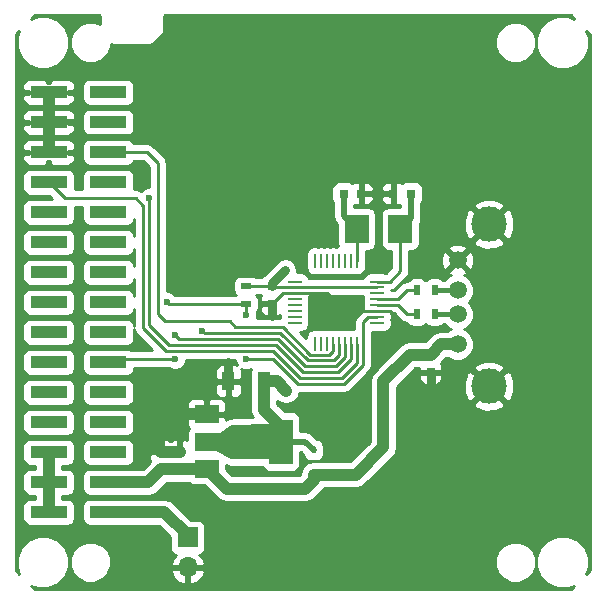
<source format=gtl>
G04 #@! TF.FileFunction,Copper,L1,Top,Signal*
%FSLAX46Y46*%
G04 Gerber Fmt 4.6, Leading zero omitted, Abs format (unit mm)*
G04 Created by KiCad (PCBNEW 4.0.7) date 06/02/18 04:08:00*
%MOMM*%
%LPD*%
G01*
G04 APERTURE LIST*
%ADD10C,0.100000*%
%ADD11R,2.000000X3.800000*%
%ADD12R,2.000000X1.500000*%
%ADD13R,0.750000X0.800000*%
%ADD14R,1.000000X1.600000*%
%ADD15R,0.800000X0.750000*%
%ADD16R,0.450000X0.600000*%
%ADD17C,1.500000*%
%ADD18C,3.000000*%
%ADD19R,0.500000X0.900000*%
%ADD20R,0.900000X0.500000*%
%ADD21R,1.143000X0.254000*%
%ADD22R,0.254000X1.143000*%
%ADD23R,2.000000X2.400000*%
%ADD24R,1.700000X1.700000*%
%ADD25O,1.700000X1.700000*%
%ADD26C,0.800000*%
%ADD27R,3.150000X1.000000*%
%ADD28C,0.600000*%
%ADD29C,0.500000*%
%ADD30C,1.000000*%
%ADD31C,0.750000*%
%ADD32C,0.250000*%
%ADD33C,0.400000*%
%ADD34C,0.254000*%
G04 APERTURE END LIST*
D10*
D11*
X127150000Y-119800000D03*
D12*
X120850000Y-119800000D03*
X120850000Y-122100000D03*
X120850000Y-117500000D03*
D13*
X139814000Y-113938000D03*
X139814000Y-112438000D03*
X117000000Y-120650000D03*
X117000000Y-122150000D03*
X118600000Y-120650000D03*
X118600000Y-122150000D03*
D14*
X125700000Y-114700000D03*
X122700000Y-114700000D03*
D13*
X126400000Y-108150000D03*
X126400000Y-106650000D03*
D15*
X133950000Y-98800000D03*
X132450000Y-98800000D03*
X136650000Y-98800000D03*
X138150000Y-98800000D03*
D16*
X129908000Y-122620000D03*
X129908000Y-120520000D03*
D17*
X142100000Y-104452400D03*
X142100000Y-106992400D03*
X142100000Y-109022400D03*
X142100000Y-111562400D03*
D18*
X144770000Y-101402400D03*
X144770000Y-115122400D03*
D19*
X138650000Y-107000000D03*
X140150000Y-107000000D03*
X138650000Y-109000000D03*
X140150000Y-109000000D03*
D20*
X124200000Y-108150000D03*
X124200000Y-106650000D03*
D21*
X128300000Y-106250000D03*
X128300000Y-106750000D03*
X128300000Y-107250000D03*
X128300000Y-107750000D03*
X128300000Y-108250000D03*
X128300000Y-108750000D03*
X128300000Y-109250000D03*
X128300000Y-109750000D03*
D22*
X130050000Y-111500000D03*
X130550000Y-111500000D03*
X131050000Y-111500000D03*
X131550000Y-111500000D03*
X132050000Y-111500000D03*
X132550000Y-111500000D03*
X133050000Y-111500000D03*
X133550000Y-111500000D03*
D21*
X135300000Y-109750000D03*
X135300000Y-109250000D03*
X135300000Y-108750000D03*
X135300000Y-108250000D03*
X135300000Y-107750000D03*
X135300000Y-107250000D03*
X135300000Y-106750000D03*
X135300000Y-106250000D03*
D22*
X133550000Y-104500000D03*
X133050000Y-104500000D03*
X132550000Y-104500000D03*
X132050000Y-104500000D03*
X131550000Y-104500000D03*
X131050000Y-104500000D03*
X130550000Y-104500000D03*
X130050000Y-104500000D03*
D23*
X133550000Y-101800000D03*
X137250000Y-101800000D03*
D24*
X119240000Y-127920000D03*
D25*
X119240000Y-130460000D03*
D26*
X108095000Y-90220000D03*
D27*
X107475000Y-90220000D03*
X107475000Y-102920000D03*
X107475000Y-100380000D03*
X107475000Y-97840000D03*
X107475000Y-95300000D03*
X107475000Y-92760000D03*
D26*
X106825000Y-90220000D03*
D27*
X112525000Y-90220000D03*
X112525000Y-92760000D03*
X112525000Y-95300000D03*
X112525000Y-97840000D03*
X112525000Y-100380000D03*
X112525000Y-102920000D03*
X107475000Y-105460000D03*
X112525000Y-105460000D03*
X107475000Y-108000000D03*
X112525000Y-108000000D03*
X107475000Y-110540000D03*
X112525000Y-110540000D03*
X107475000Y-113080000D03*
X112525000Y-113080000D03*
X107475000Y-115620000D03*
X112525000Y-115620000D03*
X107475000Y-118160000D03*
X112525000Y-118160000D03*
X107475000Y-120700000D03*
X112525000Y-120700000D03*
X107475000Y-123240000D03*
X112525000Y-123240000D03*
X107475000Y-125780000D03*
X112525000Y-125780000D03*
D26*
X111905000Y-90220000D03*
X106825000Y-92760000D03*
X111905000Y-92760000D03*
X106825000Y-95300000D03*
X111905000Y-95300000D03*
X106825000Y-97840000D03*
X111905000Y-97840000D03*
X106825000Y-100380000D03*
X111905000Y-100380000D03*
X106825000Y-102920000D03*
X111905000Y-102920000D03*
X106825000Y-105460000D03*
X111905000Y-105460000D03*
X106825000Y-108000000D03*
X111905000Y-108000000D03*
X106825000Y-110540000D03*
X111905000Y-110540000D03*
X106825000Y-113080000D03*
X111905000Y-113080000D03*
X106825000Y-115620000D03*
X111905000Y-115620000D03*
X106825000Y-118160000D03*
X111905000Y-118160000D03*
X106825000Y-120700000D03*
X111905000Y-120700000D03*
X106825000Y-123240000D03*
X111905000Y-123240000D03*
X106825000Y-125780000D03*
X111905000Y-125780000D03*
X113175000Y-90220000D03*
X108095000Y-92760000D03*
X113175000Y-92760000D03*
X108095000Y-95300000D03*
X113175000Y-95300000D03*
X108095000Y-97840000D03*
X113175000Y-97840000D03*
X108095000Y-100380000D03*
X113175000Y-100380000D03*
X108095000Y-102920000D03*
X113175000Y-102920000D03*
X108095000Y-105460000D03*
X113175000Y-105460000D03*
X108095000Y-108000000D03*
X113175000Y-108000000D03*
X108095000Y-110540000D03*
X113175000Y-110540000D03*
X108095000Y-113080000D03*
X113175000Y-113080000D03*
X108095000Y-115620000D03*
X113175000Y-115620000D03*
X108095000Y-118160000D03*
X113175000Y-118160000D03*
X108095000Y-120700000D03*
X113175000Y-120700000D03*
X108095000Y-123240000D03*
X113175000Y-123240000D03*
X108095000Y-125780000D03*
X113175000Y-125780000D03*
D28*
X123600000Y-102200000D03*
X116800000Y-94000000D03*
X135400000Y-98800000D03*
X135400000Y-104500000D03*
X118900000Y-117500000D03*
X122700000Y-113100000D03*
X131800000Y-108000000D03*
X139800000Y-115300000D03*
X136700000Y-109100000D03*
X126400000Y-109200000D03*
X116000000Y-119500000D03*
X127600000Y-115500000D03*
X127500000Y-105300000D03*
X116000000Y-99200000D03*
X120500000Y-110400000D03*
X124200000Y-109100000D03*
X124200000Y-112800000D03*
X117500000Y-108000000D03*
X118200000Y-110800000D03*
X118200000Y-112800000D03*
D29*
X116800000Y-94000000D02*
X110400000Y-94000000D01*
X121500000Y-94000000D02*
X123600000Y-96100000D01*
X123600000Y-102200000D02*
X123600000Y-96100000D01*
X116800000Y-94000000D02*
X121500000Y-94000000D01*
X109960000Y-92760000D02*
X107475000Y-92760000D01*
X110000000Y-92800000D02*
X109960000Y-92760000D01*
X110000000Y-93600000D02*
X110000000Y-92800000D01*
X110400000Y-94000000D02*
X110000000Y-93600000D01*
D30*
X107475000Y-92760000D02*
X107475000Y-95300000D01*
X107475000Y-90220000D02*
X107475000Y-92760000D01*
D29*
X107475000Y-92760000D02*
X108560000Y-92760000D01*
X135400000Y-98800000D02*
X135400000Y-104500000D01*
D30*
X120850000Y-117500000D02*
X118900000Y-117500000D01*
D31*
X122700000Y-114700000D02*
X122700000Y-113100000D01*
D32*
X135300000Y-108750000D02*
X132550000Y-108750000D01*
X131050000Y-107250000D02*
X131800000Y-108000000D01*
X131050000Y-107250000D02*
X128300000Y-107250000D01*
X132550000Y-108750000D02*
X131800000Y-108000000D01*
D29*
X136650000Y-98800000D02*
X135400000Y-98800000D01*
X135400000Y-98800000D02*
X133950000Y-98800000D01*
D31*
X139814000Y-113938000D02*
X139814000Y-115286000D01*
X139814000Y-115286000D02*
X139800000Y-115300000D01*
D32*
X135300000Y-108750000D02*
X136350000Y-108750000D01*
X136350000Y-108750000D02*
X136700000Y-109100000D01*
D31*
X126400000Y-108150000D02*
X126400000Y-109200000D01*
D32*
X128300000Y-107250000D02*
X127300000Y-107250000D01*
X127300000Y-107250000D02*
X126400000Y-108150000D01*
X128300000Y-107250000D02*
X128750000Y-107250000D01*
D30*
X117000000Y-120650000D02*
X117000000Y-120538000D01*
X117000000Y-120538000D02*
X116000000Y-119500000D01*
X117000000Y-120650000D02*
X118600000Y-120650000D01*
D32*
X107475000Y-90220000D02*
X107780000Y-90220000D01*
D30*
X139814000Y-112438000D02*
X138062000Y-112438000D01*
X133480000Y-122620000D02*
X129908000Y-122620000D01*
X135800000Y-120300000D02*
X133480000Y-122620000D01*
X135800000Y-114700000D02*
X135800000Y-120300000D01*
X138062000Y-112438000D02*
X135800000Y-114700000D01*
X112525000Y-123240000D02*
X115910000Y-123240000D01*
X115910000Y-123240000D02*
X117000000Y-122150000D01*
X118600000Y-122150000D02*
X117000000Y-122150000D01*
X118600000Y-122150000D02*
X120800000Y-122150000D01*
X120800000Y-122150000D02*
X120850000Y-122100000D01*
X129908000Y-122620000D02*
X129908000Y-123092000D01*
X129908000Y-123092000D02*
X129200000Y-123800000D01*
X129200000Y-123800000D02*
X122550000Y-123800000D01*
X122550000Y-123800000D02*
X120850000Y-122100000D01*
X142100000Y-111562400D02*
X140689600Y-111562400D01*
X140689600Y-111562400D02*
X139814000Y-112438000D01*
D31*
X126400000Y-106650000D02*
X126400000Y-106400000D01*
X126400000Y-106400000D02*
X127500000Y-105300000D01*
D30*
X126800000Y-114700000D02*
X127600000Y-115500000D01*
X125700000Y-114700000D02*
X126800000Y-114700000D01*
X127150000Y-119800000D02*
X127150000Y-118550000D01*
X127150000Y-118550000D02*
X125700000Y-117100000D01*
X125700000Y-117100000D02*
X125700000Y-114700000D01*
D32*
X126400000Y-106650000D02*
X124200000Y-106650000D01*
X128300000Y-106750000D02*
X126500000Y-106750000D01*
X126500000Y-106750000D02*
X126400000Y-106650000D01*
X128300000Y-106750000D02*
X135300000Y-106750000D01*
D30*
X127090000Y-119740000D02*
X127150000Y-119800000D01*
D29*
X127150000Y-119800000D02*
X129188000Y-119800000D01*
X129188000Y-119800000D02*
X129908000Y-120520000D01*
D30*
X120850000Y-119800000D02*
X121400000Y-119800000D01*
X121400000Y-119800000D02*
X123000000Y-120800000D01*
X123000000Y-120800000D02*
X126150000Y-120800000D01*
X126150000Y-120800000D02*
X127150000Y-119800000D01*
X127150000Y-119800000D02*
X120850000Y-119800000D01*
X120850000Y-119800000D02*
X121600000Y-119800000D01*
X120850000Y-119800000D02*
X121800000Y-119800000D01*
X121800000Y-119800000D02*
X123067568Y-118894595D01*
X123067568Y-118894595D02*
X126150000Y-118800000D01*
X126150000Y-118800000D02*
X127150000Y-119800000D01*
D29*
X138150000Y-98800000D02*
X138150000Y-100900000D01*
X138150000Y-100900000D02*
X137250000Y-101800000D01*
D32*
X135300000Y-106250000D02*
X136350000Y-106250000D01*
X137250000Y-105350000D02*
X137250000Y-101800000D01*
X136350000Y-106250000D02*
X137250000Y-105350000D01*
X116700000Y-109000000D02*
X117300000Y-109600000D01*
X112525000Y-95300000D02*
X115800000Y-95300000D01*
X115800000Y-95300000D02*
X116700000Y-96200000D01*
X131550000Y-112150000D02*
X131550000Y-111500000D01*
X129645943Y-112445943D02*
X127300000Y-110100000D01*
X131254057Y-112445943D02*
X129645943Y-112445943D01*
X131550000Y-112150000D02*
X131254057Y-112445943D01*
X116700000Y-96200000D02*
X116700000Y-109000000D01*
X123300000Y-110100000D02*
X127300000Y-110100000D01*
X122800000Y-109600000D02*
X123300000Y-110100000D01*
X117300000Y-109600000D02*
X122800000Y-109600000D01*
X108835000Y-99200000D02*
X114869998Y-99200000D01*
X128800000Y-114400000D02*
X126500000Y-112100000D01*
X133550000Y-113150000D02*
X132300000Y-114400000D01*
X132300000Y-114400000D02*
X128800000Y-114400000D01*
X133550000Y-111500000D02*
X133550000Y-113150000D01*
X108835000Y-99200000D02*
X107475000Y-97840000D01*
X126500000Y-112100000D02*
X117400000Y-112100000D01*
X115500000Y-110200000D02*
X117400000Y-112100000D01*
X115500000Y-99830002D02*
X115500000Y-110200000D01*
X114869998Y-99200000D02*
X115500000Y-99830002D01*
X116000000Y-109900000D02*
X117700000Y-111600000D01*
X116000000Y-99200000D02*
X116000000Y-109900000D01*
X126700000Y-111600000D02*
X117700000Y-111600000D01*
X133050000Y-112850000D02*
X133050000Y-111500000D01*
X132000000Y-113900000D02*
X129000000Y-113900000D01*
X133050000Y-112850000D02*
X132000000Y-113900000D01*
X129000000Y-113900000D02*
X126700000Y-111600000D01*
X117700000Y-111600000D02*
X117700000Y-111600000D01*
X127100000Y-110600000D02*
X120700000Y-110600000D01*
X132050000Y-111500000D02*
X132050000Y-112450000D01*
X131600000Y-112900000D02*
X129400000Y-112900000D01*
X132050000Y-112450000D02*
X131600000Y-112900000D01*
X129400000Y-112900000D02*
X127100000Y-110600000D01*
X120700000Y-110600000D02*
X120500000Y-110400000D01*
X124200000Y-112800000D02*
X126469998Y-112800000D01*
X135300000Y-109250000D02*
X134550000Y-109250000D01*
X132500000Y-114900000D02*
X128600000Y-114900000D01*
X134100000Y-113300000D02*
X132500000Y-114900000D01*
X134100000Y-109700000D02*
X134100000Y-113300000D01*
X134550000Y-109250000D02*
X134100000Y-109700000D01*
X128600000Y-114900000D02*
X128569998Y-114900000D01*
X124200000Y-109100000D02*
X124200000Y-108150000D01*
X126469998Y-112800000D02*
X128569998Y-114900000D01*
X124200000Y-108150000D02*
X117650000Y-108150000D01*
X117650000Y-108150000D02*
X117500000Y-108000000D01*
X112805000Y-112800000D02*
X118200000Y-112800000D01*
X118500000Y-111100000D02*
X118200000Y-110800000D01*
X129200000Y-113400000D02*
X126900000Y-111100000D01*
X132550000Y-112650000D02*
X131800000Y-113400000D01*
X131800000Y-113400000D02*
X129200000Y-113400000D01*
X132550000Y-112650000D02*
X132550000Y-111500000D01*
X126900000Y-111100000D02*
X118500000Y-111100000D01*
X112805000Y-112800000D02*
X112525000Y-113080000D01*
D30*
X107475000Y-123240000D02*
X107475000Y-125780000D01*
X107475000Y-120700000D02*
X107475000Y-123240000D01*
X119240000Y-127920000D02*
X119240000Y-127740000D01*
X119240000Y-127740000D02*
X117280000Y-125780000D01*
X117280000Y-125780000D02*
X112525000Y-125780000D01*
D33*
X142100000Y-106992400D02*
X140157600Y-106992400D01*
X140157600Y-106992400D02*
X140150000Y-107000000D01*
D29*
X140152000Y-107002000D02*
X140150000Y-107000000D01*
D33*
X142100000Y-109022400D02*
X140172400Y-109022400D01*
X140172400Y-109022400D02*
X140150000Y-109000000D01*
D32*
X135300000Y-107750000D02*
X137050000Y-107750000D01*
X137800000Y-107000000D02*
X138650000Y-107000000D01*
X137050000Y-107750000D02*
X137800000Y-107000000D01*
X135300000Y-108250000D02*
X137050000Y-108250000D01*
X137800000Y-109000000D02*
X138650000Y-109000000D01*
X137050000Y-108250000D02*
X137800000Y-109000000D01*
D29*
X132450000Y-98800000D02*
X132450000Y-100700000D01*
X132450000Y-100700000D02*
X133550000Y-101800000D01*
D32*
X133550000Y-104500000D02*
X133550000Y-101800000D01*
D34*
G36*
X111790000Y-83794092D02*
X111790000Y-84449406D01*
X111346627Y-84265301D01*
X110656401Y-84264699D01*
X110018485Y-84528281D01*
X109529996Y-85015918D01*
X109265301Y-85653373D01*
X109264699Y-86343599D01*
X109528281Y-86981515D01*
X110015918Y-87470004D01*
X110653373Y-87734699D01*
X111343599Y-87735301D01*
X111981515Y-87471719D01*
X112470004Y-86984082D01*
X112734699Y-86346627D01*
X112734701Y-86343599D01*
X145264699Y-86343599D01*
X145528281Y-86981515D01*
X146015918Y-87470004D01*
X146653373Y-87734699D01*
X147343599Y-87735301D01*
X147981515Y-87471719D01*
X148470004Y-86984082D01*
X148734699Y-86346627D01*
X148735301Y-85656401D01*
X148471719Y-85018485D01*
X147984082Y-84529996D01*
X147346627Y-84265301D01*
X146656401Y-84264699D01*
X146018485Y-84528281D01*
X145529996Y-85015918D01*
X145265301Y-85653373D01*
X145264699Y-86343599D01*
X112734701Y-86343599D01*
X112734864Y-86157261D01*
X113000000Y-86210000D01*
X116000000Y-86210000D01*
X116271705Y-86155954D01*
X116502046Y-86002046D01*
X117002046Y-85502046D01*
X117155954Y-85271705D01*
X117210000Y-85000000D01*
X117210000Y-83794092D01*
X117294092Y-83710000D01*
X151705908Y-83710000D01*
X151984818Y-83988910D01*
X151446519Y-83765389D01*
X150557381Y-83764613D01*
X149735628Y-84104155D01*
X149106364Y-84732321D01*
X148765389Y-85553481D01*
X148764613Y-86442619D01*
X149104155Y-87264372D01*
X149732321Y-87893636D01*
X150553481Y-88234611D01*
X151442619Y-88235387D01*
X152264372Y-87895845D01*
X152893636Y-87267679D01*
X153234611Y-86446519D01*
X153235387Y-85557381D01*
X153011541Y-85015633D01*
X153290000Y-85294092D01*
X153290000Y-130705908D01*
X153011090Y-130984818D01*
X153234611Y-130446519D01*
X153235387Y-129557381D01*
X152895845Y-128735628D01*
X152267679Y-128106364D01*
X151446519Y-127765389D01*
X150557381Y-127764613D01*
X149735628Y-128104155D01*
X149106364Y-128732321D01*
X148765389Y-129553481D01*
X148764613Y-130442619D01*
X149104155Y-131264372D01*
X149732321Y-131893636D01*
X150553481Y-132234611D01*
X151442619Y-132235387D01*
X151984367Y-132011541D01*
X151705908Y-132290000D01*
X106294092Y-132290000D01*
X106015182Y-132011090D01*
X106553481Y-132234611D01*
X107442619Y-132235387D01*
X108264372Y-131895845D01*
X108893636Y-131267679D01*
X109234611Y-130446519D01*
X109234700Y-130343599D01*
X109264699Y-130343599D01*
X109528281Y-130981515D01*
X110015918Y-131470004D01*
X110653373Y-131734699D01*
X111343599Y-131735301D01*
X111981515Y-131471719D01*
X112470004Y-130984082D01*
X112539428Y-130816890D01*
X117798524Y-130816890D01*
X117968355Y-131226924D01*
X118358642Y-131655183D01*
X118883108Y-131901486D01*
X119113000Y-131780819D01*
X119113000Y-130587000D01*
X119367000Y-130587000D01*
X119367000Y-131780819D01*
X119596892Y-131901486D01*
X120121358Y-131655183D01*
X120511645Y-131226924D01*
X120681476Y-130816890D01*
X120560155Y-130587000D01*
X119367000Y-130587000D01*
X119113000Y-130587000D01*
X117919845Y-130587000D01*
X117798524Y-130816890D01*
X112539428Y-130816890D01*
X112734699Y-130346627D01*
X112734701Y-130343599D01*
X145264699Y-130343599D01*
X145528281Y-130981515D01*
X146015918Y-131470004D01*
X146653373Y-131734699D01*
X147343599Y-131735301D01*
X147981515Y-131471719D01*
X148470004Y-130984082D01*
X148734699Y-130346627D01*
X148735301Y-129656401D01*
X148471719Y-129018485D01*
X147984082Y-128529996D01*
X147346627Y-128265301D01*
X146656401Y-128264699D01*
X146018485Y-128528281D01*
X145529996Y-129015918D01*
X145265301Y-129653373D01*
X145264699Y-130343599D01*
X112734701Y-130343599D01*
X112735301Y-129656401D01*
X112471719Y-129018485D01*
X111984082Y-128529996D01*
X111346627Y-128265301D01*
X110656401Y-128264699D01*
X110018485Y-128528281D01*
X109529996Y-129015918D01*
X109265301Y-129653373D01*
X109264699Y-130343599D01*
X109234700Y-130343599D01*
X109235387Y-129557381D01*
X108895845Y-128735628D01*
X108267679Y-128106364D01*
X107446519Y-127765389D01*
X106557381Y-127764613D01*
X105735628Y-128104155D01*
X105106364Y-128732321D01*
X104765389Y-129553481D01*
X104764613Y-130442619D01*
X104988459Y-130984367D01*
X104710000Y-130705908D01*
X104710000Y-120200000D01*
X105252560Y-120200000D01*
X105252560Y-121200000D01*
X105296838Y-121435317D01*
X105435910Y-121651441D01*
X105648110Y-121796431D01*
X105900000Y-121847440D01*
X106340000Y-121847440D01*
X106340000Y-122092560D01*
X105900000Y-122092560D01*
X105664683Y-122136838D01*
X105448559Y-122275910D01*
X105303569Y-122488110D01*
X105252560Y-122740000D01*
X105252560Y-123740000D01*
X105296838Y-123975317D01*
X105435910Y-124191441D01*
X105648110Y-124336431D01*
X105900000Y-124387440D01*
X106340000Y-124387440D01*
X106340000Y-124632560D01*
X105900000Y-124632560D01*
X105664683Y-124676838D01*
X105448559Y-124815910D01*
X105303569Y-125028110D01*
X105252560Y-125280000D01*
X105252560Y-126280000D01*
X105296838Y-126515317D01*
X105435910Y-126731441D01*
X105648110Y-126876431D01*
X105900000Y-126927440D01*
X109050000Y-126927440D01*
X109285317Y-126883162D01*
X109501441Y-126744090D01*
X109646431Y-126531890D01*
X109697440Y-126280000D01*
X109697440Y-125280000D01*
X110302560Y-125280000D01*
X110302560Y-126280000D01*
X110346838Y-126515317D01*
X110485910Y-126731441D01*
X110698110Y-126876431D01*
X110950000Y-126927440D01*
X114100000Y-126927440D01*
X114166113Y-126915000D01*
X116809868Y-126915000D01*
X117742560Y-127847692D01*
X117742560Y-128770000D01*
X117786838Y-129005317D01*
X117925910Y-129221441D01*
X118138110Y-129366431D01*
X118246107Y-129388301D01*
X117968355Y-129693076D01*
X117798524Y-130103110D01*
X117919845Y-130333000D01*
X119113000Y-130333000D01*
X119113000Y-130313000D01*
X119367000Y-130313000D01*
X119367000Y-130333000D01*
X120560155Y-130333000D01*
X120681476Y-130103110D01*
X120511645Y-129693076D01*
X120235499Y-129390063D01*
X120325317Y-129373162D01*
X120541441Y-129234090D01*
X120686431Y-129021890D01*
X120737440Y-128770000D01*
X120737440Y-127070000D01*
X120693162Y-126834683D01*
X120554090Y-126618559D01*
X120341890Y-126473569D01*
X120090000Y-126422560D01*
X119527692Y-126422560D01*
X118082566Y-124977434D01*
X117969758Y-124902058D01*
X117714346Y-124731397D01*
X117280000Y-124645000D01*
X114161431Y-124645000D01*
X114100000Y-124632560D01*
X110950000Y-124632560D01*
X110714683Y-124676838D01*
X110498559Y-124815910D01*
X110353569Y-125028110D01*
X110302560Y-125280000D01*
X109697440Y-125280000D01*
X109653162Y-125044683D01*
X109514090Y-124828559D01*
X109301890Y-124683569D01*
X109050000Y-124632560D01*
X108610000Y-124632560D01*
X108610000Y-124387440D01*
X109050000Y-124387440D01*
X109285317Y-124343162D01*
X109501441Y-124204090D01*
X109646431Y-123991890D01*
X109697440Y-123740000D01*
X109697440Y-122740000D01*
X109653162Y-122504683D01*
X109514090Y-122288559D01*
X109301890Y-122143569D01*
X109050000Y-122092560D01*
X108610000Y-122092560D01*
X108610000Y-121847440D01*
X109050000Y-121847440D01*
X109285317Y-121803162D01*
X109501441Y-121664090D01*
X109646431Y-121451890D01*
X109697440Y-121200000D01*
X109697440Y-120200000D01*
X110302560Y-120200000D01*
X110302560Y-121200000D01*
X110346838Y-121435317D01*
X110485910Y-121651441D01*
X110698110Y-121796431D01*
X110950000Y-121847440D01*
X114100000Y-121847440D01*
X114335317Y-121803162D01*
X114551441Y-121664090D01*
X114696431Y-121451890D01*
X114747440Y-121200000D01*
X114747440Y-120200000D01*
X114733082Y-120123691D01*
X115990000Y-120123691D01*
X115990000Y-120364250D01*
X116148750Y-120523000D01*
X116873000Y-120523000D01*
X116873000Y-119773750D01*
X117127000Y-119773750D01*
X117127000Y-120523000D01*
X118473000Y-120523000D01*
X118473000Y-119773750D01*
X118314250Y-119615000D01*
X118098690Y-119615000D01*
X117865301Y-119711673D01*
X117800000Y-119776974D01*
X117734699Y-119711673D01*
X117501310Y-119615000D01*
X117285750Y-119615000D01*
X117127000Y-119773750D01*
X116873000Y-119773750D01*
X116714250Y-119615000D01*
X116498690Y-119615000D01*
X116265301Y-119711673D01*
X116086673Y-119890302D01*
X115990000Y-120123691D01*
X114733082Y-120123691D01*
X114703162Y-119964683D01*
X114564090Y-119748559D01*
X114351890Y-119603569D01*
X114100000Y-119552560D01*
X110950000Y-119552560D01*
X110714683Y-119596838D01*
X110498559Y-119735910D01*
X110353569Y-119948110D01*
X110302560Y-120200000D01*
X109697440Y-120200000D01*
X109653162Y-119964683D01*
X109514090Y-119748559D01*
X109301890Y-119603569D01*
X109050000Y-119552560D01*
X105900000Y-119552560D01*
X105664683Y-119596838D01*
X105448559Y-119735910D01*
X105303569Y-119948110D01*
X105252560Y-120200000D01*
X104710000Y-120200000D01*
X104710000Y-117660000D01*
X105252560Y-117660000D01*
X105252560Y-118660000D01*
X105296838Y-118895317D01*
X105435910Y-119111441D01*
X105648110Y-119256431D01*
X105900000Y-119307440D01*
X109050000Y-119307440D01*
X109285317Y-119263162D01*
X109501441Y-119124090D01*
X109646431Y-118911890D01*
X109697440Y-118660000D01*
X109697440Y-117660000D01*
X110302560Y-117660000D01*
X110302560Y-118660000D01*
X110346838Y-118895317D01*
X110485910Y-119111441D01*
X110698110Y-119256431D01*
X110950000Y-119307440D01*
X114100000Y-119307440D01*
X114335317Y-119263162D01*
X114551441Y-119124090D01*
X114696431Y-118911890D01*
X114747440Y-118660000D01*
X114747440Y-117660000D01*
X114703162Y-117424683D01*
X114564090Y-117208559D01*
X114351890Y-117063569D01*
X114100000Y-117012560D01*
X110950000Y-117012560D01*
X110714683Y-117056838D01*
X110498559Y-117195910D01*
X110353569Y-117408110D01*
X110302560Y-117660000D01*
X109697440Y-117660000D01*
X109653162Y-117424683D01*
X109514090Y-117208559D01*
X109301890Y-117063569D01*
X109050000Y-117012560D01*
X105900000Y-117012560D01*
X105664683Y-117056838D01*
X105448559Y-117195910D01*
X105303569Y-117408110D01*
X105252560Y-117660000D01*
X104710000Y-117660000D01*
X104710000Y-115120000D01*
X105252560Y-115120000D01*
X105252560Y-116120000D01*
X105296838Y-116355317D01*
X105435910Y-116571441D01*
X105648110Y-116716431D01*
X105900000Y-116767440D01*
X109050000Y-116767440D01*
X109285317Y-116723162D01*
X109501441Y-116584090D01*
X109646431Y-116371890D01*
X109697440Y-116120000D01*
X109697440Y-115120000D01*
X110302560Y-115120000D01*
X110302560Y-116120000D01*
X110346838Y-116355317D01*
X110485910Y-116571441D01*
X110698110Y-116716431D01*
X110950000Y-116767440D01*
X114100000Y-116767440D01*
X114335317Y-116723162D01*
X114489900Y-116623690D01*
X119215000Y-116623690D01*
X119215000Y-117214250D01*
X119373750Y-117373000D01*
X120723000Y-117373000D01*
X120723000Y-116273750D01*
X120977000Y-116273750D01*
X120977000Y-117373000D01*
X122326250Y-117373000D01*
X122485000Y-117214250D01*
X122485000Y-116623690D01*
X122388327Y-116390301D01*
X122209698Y-116211673D01*
X121976309Y-116115000D01*
X121135750Y-116115000D01*
X120977000Y-116273750D01*
X120723000Y-116273750D01*
X120564250Y-116115000D01*
X119723691Y-116115000D01*
X119490302Y-116211673D01*
X119311673Y-116390301D01*
X119215000Y-116623690D01*
X114489900Y-116623690D01*
X114551441Y-116584090D01*
X114696431Y-116371890D01*
X114747440Y-116120000D01*
X114747440Y-115120000D01*
X114722180Y-114985750D01*
X121565000Y-114985750D01*
X121565000Y-115626310D01*
X121661673Y-115859699D01*
X121840302Y-116038327D01*
X122073691Y-116135000D01*
X122414250Y-116135000D01*
X122573000Y-115976250D01*
X122573000Y-114827000D01*
X122827000Y-114827000D01*
X122827000Y-115976250D01*
X122985750Y-116135000D01*
X123326309Y-116135000D01*
X123559698Y-116038327D01*
X123738327Y-115859699D01*
X123835000Y-115626310D01*
X123835000Y-114985750D01*
X123676250Y-114827000D01*
X122827000Y-114827000D01*
X122573000Y-114827000D01*
X121723750Y-114827000D01*
X121565000Y-114985750D01*
X114722180Y-114985750D01*
X114703162Y-114884683D01*
X114564090Y-114668559D01*
X114351890Y-114523569D01*
X114100000Y-114472560D01*
X110950000Y-114472560D01*
X110714683Y-114516838D01*
X110498559Y-114655910D01*
X110353569Y-114868110D01*
X110302560Y-115120000D01*
X109697440Y-115120000D01*
X109653162Y-114884683D01*
X109514090Y-114668559D01*
X109301890Y-114523569D01*
X109050000Y-114472560D01*
X105900000Y-114472560D01*
X105664683Y-114516838D01*
X105448559Y-114655910D01*
X105303569Y-114868110D01*
X105252560Y-115120000D01*
X104710000Y-115120000D01*
X104710000Y-112580000D01*
X105252560Y-112580000D01*
X105252560Y-113580000D01*
X105296838Y-113815317D01*
X105435910Y-114031441D01*
X105648110Y-114176431D01*
X105900000Y-114227440D01*
X109050000Y-114227440D01*
X109285317Y-114183162D01*
X109501441Y-114044090D01*
X109646431Y-113831890D01*
X109697440Y-113580000D01*
X109697440Y-112580000D01*
X109653162Y-112344683D01*
X109514090Y-112128559D01*
X109301890Y-111983569D01*
X109050000Y-111932560D01*
X105900000Y-111932560D01*
X105664683Y-111976838D01*
X105448559Y-112115910D01*
X105303569Y-112328110D01*
X105252560Y-112580000D01*
X104710000Y-112580000D01*
X104710000Y-110040000D01*
X105252560Y-110040000D01*
X105252560Y-111040000D01*
X105296838Y-111275317D01*
X105435910Y-111491441D01*
X105648110Y-111636431D01*
X105900000Y-111687440D01*
X109050000Y-111687440D01*
X109285317Y-111643162D01*
X109501441Y-111504090D01*
X109646431Y-111291890D01*
X109697440Y-111040000D01*
X109697440Y-110040000D01*
X109653162Y-109804683D01*
X109514090Y-109588559D01*
X109301890Y-109443569D01*
X109050000Y-109392560D01*
X105900000Y-109392560D01*
X105664683Y-109436838D01*
X105448559Y-109575910D01*
X105303569Y-109788110D01*
X105252560Y-110040000D01*
X104710000Y-110040000D01*
X104710000Y-107500000D01*
X105252560Y-107500000D01*
X105252560Y-108500000D01*
X105296838Y-108735317D01*
X105435910Y-108951441D01*
X105648110Y-109096431D01*
X105900000Y-109147440D01*
X109050000Y-109147440D01*
X109285317Y-109103162D01*
X109501441Y-108964090D01*
X109646431Y-108751890D01*
X109697440Y-108500000D01*
X109697440Y-107500000D01*
X109653162Y-107264683D01*
X109514090Y-107048559D01*
X109301890Y-106903569D01*
X109050000Y-106852560D01*
X105900000Y-106852560D01*
X105664683Y-106896838D01*
X105448559Y-107035910D01*
X105303569Y-107248110D01*
X105252560Y-107500000D01*
X104710000Y-107500000D01*
X104710000Y-104960000D01*
X105252560Y-104960000D01*
X105252560Y-105960000D01*
X105296838Y-106195317D01*
X105435910Y-106411441D01*
X105648110Y-106556431D01*
X105900000Y-106607440D01*
X109050000Y-106607440D01*
X109285317Y-106563162D01*
X109501441Y-106424090D01*
X109646431Y-106211890D01*
X109697440Y-105960000D01*
X109697440Y-104960000D01*
X109653162Y-104724683D01*
X109514090Y-104508559D01*
X109301890Y-104363569D01*
X109050000Y-104312560D01*
X105900000Y-104312560D01*
X105664683Y-104356838D01*
X105448559Y-104495910D01*
X105303569Y-104708110D01*
X105252560Y-104960000D01*
X104710000Y-104960000D01*
X104710000Y-102420000D01*
X105252560Y-102420000D01*
X105252560Y-103420000D01*
X105296838Y-103655317D01*
X105435910Y-103871441D01*
X105648110Y-104016431D01*
X105900000Y-104067440D01*
X109050000Y-104067440D01*
X109285317Y-104023162D01*
X109501441Y-103884090D01*
X109646431Y-103671890D01*
X109697440Y-103420000D01*
X109697440Y-102420000D01*
X109653162Y-102184683D01*
X109514090Y-101968559D01*
X109301890Y-101823569D01*
X109050000Y-101772560D01*
X105900000Y-101772560D01*
X105664683Y-101816838D01*
X105448559Y-101955910D01*
X105303569Y-102168110D01*
X105252560Y-102420000D01*
X104710000Y-102420000D01*
X104710000Y-97340000D01*
X105252560Y-97340000D01*
X105252560Y-98340000D01*
X105296838Y-98575317D01*
X105435910Y-98791441D01*
X105648110Y-98936431D01*
X105900000Y-98987440D01*
X107547638Y-98987440D01*
X107792758Y-99232560D01*
X105900000Y-99232560D01*
X105664683Y-99276838D01*
X105448559Y-99415910D01*
X105303569Y-99628110D01*
X105252560Y-99880000D01*
X105252560Y-100880000D01*
X105296838Y-101115317D01*
X105435910Y-101331441D01*
X105648110Y-101476431D01*
X105900000Y-101527440D01*
X109050000Y-101527440D01*
X109285317Y-101483162D01*
X109501441Y-101344090D01*
X109646431Y-101131890D01*
X109697440Y-100880000D01*
X109697440Y-99960000D01*
X110302560Y-99960000D01*
X110302560Y-100880000D01*
X110346838Y-101115317D01*
X110485910Y-101331441D01*
X110698110Y-101476431D01*
X110950000Y-101527440D01*
X114100000Y-101527440D01*
X114335317Y-101483162D01*
X114551441Y-101344090D01*
X114696431Y-101131890D01*
X114740000Y-100916740D01*
X114740000Y-102380460D01*
X114703162Y-102184683D01*
X114564090Y-101968559D01*
X114351890Y-101823569D01*
X114100000Y-101772560D01*
X110950000Y-101772560D01*
X110714683Y-101816838D01*
X110498559Y-101955910D01*
X110353569Y-102168110D01*
X110302560Y-102420000D01*
X110302560Y-103420000D01*
X110346838Y-103655317D01*
X110485910Y-103871441D01*
X110698110Y-104016431D01*
X110950000Y-104067440D01*
X114100000Y-104067440D01*
X114335317Y-104023162D01*
X114551441Y-103884090D01*
X114696431Y-103671890D01*
X114740000Y-103456740D01*
X114740000Y-104920460D01*
X114703162Y-104724683D01*
X114564090Y-104508559D01*
X114351890Y-104363569D01*
X114100000Y-104312560D01*
X110950000Y-104312560D01*
X110714683Y-104356838D01*
X110498559Y-104495910D01*
X110353569Y-104708110D01*
X110302560Y-104960000D01*
X110302560Y-105960000D01*
X110346838Y-106195317D01*
X110485910Y-106411441D01*
X110698110Y-106556431D01*
X110950000Y-106607440D01*
X114100000Y-106607440D01*
X114335317Y-106563162D01*
X114551441Y-106424090D01*
X114696431Y-106211890D01*
X114740000Y-105996740D01*
X114740000Y-107460460D01*
X114703162Y-107264683D01*
X114564090Y-107048559D01*
X114351890Y-106903569D01*
X114100000Y-106852560D01*
X110950000Y-106852560D01*
X110714683Y-106896838D01*
X110498559Y-107035910D01*
X110353569Y-107248110D01*
X110302560Y-107500000D01*
X110302560Y-108500000D01*
X110346838Y-108735317D01*
X110485910Y-108951441D01*
X110698110Y-109096431D01*
X110950000Y-109147440D01*
X114100000Y-109147440D01*
X114335317Y-109103162D01*
X114551441Y-108964090D01*
X114696431Y-108751890D01*
X114740000Y-108536740D01*
X114740000Y-110000460D01*
X114703162Y-109804683D01*
X114564090Y-109588559D01*
X114351890Y-109443569D01*
X114100000Y-109392560D01*
X110950000Y-109392560D01*
X110714683Y-109436838D01*
X110498559Y-109575910D01*
X110353569Y-109788110D01*
X110302560Y-110040000D01*
X110302560Y-111040000D01*
X110346838Y-111275317D01*
X110485910Y-111491441D01*
X110698110Y-111636431D01*
X110950000Y-111687440D01*
X114100000Y-111687440D01*
X114335317Y-111643162D01*
X114551441Y-111504090D01*
X114696431Y-111291890D01*
X114747440Y-111040000D01*
X114747440Y-110237401D01*
X114797852Y-110490839D01*
X114962599Y-110737401D01*
X116265198Y-112040000D01*
X114434480Y-112040000D01*
X114351890Y-111983569D01*
X114100000Y-111932560D01*
X110950000Y-111932560D01*
X110714683Y-111976838D01*
X110498559Y-112115910D01*
X110353569Y-112328110D01*
X110302560Y-112580000D01*
X110302560Y-113580000D01*
X110346838Y-113815317D01*
X110485910Y-114031441D01*
X110698110Y-114176431D01*
X110950000Y-114227440D01*
X114100000Y-114227440D01*
X114335317Y-114183162D01*
X114551441Y-114044090D01*
X114696431Y-113831890D01*
X114708216Y-113773690D01*
X121565000Y-113773690D01*
X121565000Y-114414250D01*
X121723750Y-114573000D01*
X122573000Y-114573000D01*
X122573000Y-113423750D01*
X122414250Y-113265000D01*
X122073691Y-113265000D01*
X121840302Y-113361673D01*
X121661673Y-113540301D01*
X121565000Y-113773690D01*
X114708216Y-113773690D01*
X114747440Y-113580000D01*
X114747440Y-113560000D01*
X117637537Y-113560000D01*
X117669673Y-113592192D01*
X118013201Y-113734838D01*
X118385167Y-113735162D01*
X118728943Y-113593117D01*
X118992192Y-113330327D01*
X119134838Y-112986799D01*
X119134948Y-112860000D01*
X123264947Y-112860000D01*
X123264838Y-112985167D01*
X123391644Y-113292063D01*
X123326309Y-113265000D01*
X122985750Y-113265000D01*
X122827000Y-113423750D01*
X122827000Y-114573000D01*
X123676250Y-114573000D01*
X123835000Y-114414250D01*
X123835000Y-113773690D01*
X123778547Y-113637401D01*
X124013201Y-113734838D01*
X124385167Y-113735162D01*
X124606606Y-113643666D01*
X124603569Y-113648110D01*
X124552560Y-113900000D01*
X124552560Y-115500000D01*
X124565000Y-115566113D01*
X124565000Y-117100000D01*
X124651397Y-117534346D01*
X124766705Y-117706917D01*
X123032753Y-117760129D01*
X122923548Y-117785357D01*
X122811522Y-117788853D01*
X122709894Y-117834714D01*
X122601262Y-117859809D01*
X122510025Y-117924906D01*
X122485000Y-117936199D01*
X122485000Y-117785750D01*
X122326250Y-117627000D01*
X120977000Y-117627000D01*
X120977000Y-117647000D01*
X120723000Y-117647000D01*
X120723000Y-117627000D01*
X119373750Y-117627000D01*
X119215000Y-117785750D01*
X119215000Y-118376310D01*
X119311673Y-118609699D01*
X119353634Y-118651660D01*
X119253569Y-118798110D01*
X119202560Y-119050000D01*
X119202560Y-119656939D01*
X119101310Y-119615000D01*
X118885750Y-119615000D01*
X118727000Y-119773750D01*
X118727000Y-120523000D01*
X118747000Y-120523000D01*
X118747000Y-120777000D01*
X118727000Y-120777000D01*
X118727000Y-120797000D01*
X118473000Y-120797000D01*
X118473000Y-120777000D01*
X117127000Y-120777000D01*
X117127000Y-120797000D01*
X116873000Y-120797000D01*
X116873000Y-120777000D01*
X116148750Y-120777000D01*
X115990000Y-120935750D01*
X115990000Y-121176309D01*
X116086673Y-121409698D01*
X116088043Y-121411068D01*
X116028569Y-121498110D01*
X116023950Y-121520918D01*
X115439868Y-122105000D01*
X114161431Y-122105000D01*
X114100000Y-122092560D01*
X110950000Y-122092560D01*
X110714683Y-122136838D01*
X110498559Y-122275910D01*
X110353569Y-122488110D01*
X110302560Y-122740000D01*
X110302560Y-123740000D01*
X110346838Y-123975317D01*
X110485910Y-124191441D01*
X110698110Y-124336431D01*
X110950000Y-124387440D01*
X114100000Y-124387440D01*
X114166113Y-124375000D01*
X115910000Y-124375000D01*
X116344346Y-124288603D01*
X116712566Y-124042566D01*
X117470132Y-123285000D01*
X119375331Y-123285000D01*
X119385910Y-123301441D01*
X119598110Y-123446431D01*
X119850000Y-123497440D01*
X120642308Y-123497440D01*
X121747434Y-124602566D01*
X122115654Y-124848603D01*
X122550000Y-124935000D01*
X129200000Y-124935000D01*
X129634346Y-124848603D01*
X130002566Y-124602566D01*
X130710566Y-123894566D01*
X130803821Y-123755000D01*
X133480000Y-123755000D01*
X133914346Y-123668603D01*
X134282566Y-123422566D01*
X136602566Y-121102567D01*
X136848603Y-120734346D01*
X136855435Y-120700000D01*
X136935000Y-120300000D01*
X136935000Y-116636370D01*
X143435635Y-116636370D01*
X143595418Y-116955139D01*
X144386187Y-117265123D01*
X145235387Y-117248897D01*
X145944582Y-116955139D01*
X146104365Y-116636370D01*
X144770000Y-115302005D01*
X143435635Y-116636370D01*
X136935000Y-116636370D01*
X136935000Y-115170132D01*
X137881382Y-114223750D01*
X138804000Y-114223750D01*
X138804000Y-114464309D01*
X138900673Y-114697698D01*
X139079301Y-114876327D01*
X139312690Y-114973000D01*
X139528250Y-114973000D01*
X139687000Y-114814250D01*
X139687000Y-114065000D01*
X139941000Y-114065000D01*
X139941000Y-114814250D01*
X140099750Y-114973000D01*
X140315310Y-114973000D01*
X140548699Y-114876327D01*
X140686438Y-114738587D01*
X142627277Y-114738587D01*
X142643503Y-115587787D01*
X142937261Y-116296982D01*
X143256030Y-116456765D01*
X144590395Y-115122400D01*
X144949605Y-115122400D01*
X146283970Y-116456765D01*
X146602739Y-116296982D01*
X146912723Y-115506213D01*
X146896497Y-114657013D01*
X146602739Y-113947818D01*
X146283970Y-113788035D01*
X144949605Y-115122400D01*
X144590395Y-115122400D01*
X143256030Y-113788035D01*
X142937261Y-113947818D01*
X142627277Y-114738587D01*
X140686438Y-114738587D01*
X140727327Y-114697698D01*
X140824000Y-114464309D01*
X140824000Y-114223750D01*
X140665250Y-114065000D01*
X139941000Y-114065000D01*
X139687000Y-114065000D01*
X138962750Y-114065000D01*
X138804000Y-114223750D01*
X137881382Y-114223750D01*
X138532132Y-113573000D01*
X138804000Y-113573000D01*
X138804000Y-113652250D01*
X138962750Y-113811000D01*
X139687000Y-113811000D01*
X139687000Y-113791000D01*
X139941000Y-113791000D01*
X139941000Y-113811000D01*
X140665250Y-113811000D01*
X140824000Y-113652250D01*
X140824000Y-113608430D01*
X143435635Y-113608430D01*
X144770000Y-114942795D01*
X146104365Y-113608430D01*
X145944582Y-113289661D01*
X145153813Y-112979677D01*
X144304613Y-112995903D01*
X143595418Y-113289661D01*
X143435635Y-113608430D01*
X140824000Y-113608430D01*
X140824000Y-113411691D01*
X140727327Y-113178302D01*
X140725957Y-113176932D01*
X140785431Y-113089890D01*
X140790050Y-113067082D01*
X141159732Y-112697400D01*
X141276042Y-112697400D01*
X141314436Y-112735861D01*
X141823298Y-112947159D01*
X142374285Y-112947640D01*
X142883515Y-112737231D01*
X143273461Y-112347964D01*
X143484759Y-111839102D01*
X143485240Y-111288115D01*
X143274831Y-110778885D01*
X142885564Y-110388939D01*
X142653130Y-110292424D01*
X142883515Y-110197231D01*
X143273461Y-109807964D01*
X143484759Y-109299102D01*
X143485240Y-108748115D01*
X143274831Y-108238885D01*
X143043687Y-108007338D01*
X143273461Y-107777964D01*
X143484759Y-107269102D01*
X143485240Y-106718115D01*
X143274831Y-106208885D01*
X142885564Y-105818939D01*
X142669021Y-105729023D01*
X142823923Y-105664860D01*
X142891912Y-105423917D01*
X142100000Y-104632005D01*
X141308088Y-105423917D01*
X141376077Y-105664860D01*
X141542621Y-105724132D01*
X141316485Y-105817569D01*
X140976061Y-106157400D01*
X140901953Y-106157400D01*
X140864090Y-106098559D01*
X140651890Y-105953569D01*
X140400000Y-105902560D01*
X139900000Y-105902560D01*
X139664683Y-105946838D01*
X139448559Y-106085910D01*
X139400866Y-106155711D01*
X139364090Y-106098559D01*
X139151890Y-105953569D01*
X138900000Y-105902560D01*
X138400000Y-105902560D01*
X138164683Y-105946838D01*
X137948559Y-106085910D01*
X137843274Y-106240000D01*
X137800000Y-106240000D01*
X137509160Y-106297852D01*
X137262599Y-106462599D01*
X136735198Y-106990000D01*
X136496057Y-106990000D01*
X136497967Y-106980567D01*
X136640839Y-106952148D01*
X136887401Y-106787401D01*
X137787401Y-105887401D01*
X137952148Y-105640840D01*
X138010000Y-105350000D01*
X138010000Y-104247571D01*
X140702799Y-104247571D01*
X140730770Y-104797848D01*
X140887540Y-105176323D01*
X141128483Y-105244312D01*
X141920395Y-104452400D01*
X142279605Y-104452400D01*
X143071517Y-105244312D01*
X143312460Y-105176323D01*
X143497201Y-104657229D01*
X143469230Y-104106952D01*
X143312460Y-103728477D01*
X143071517Y-103660488D01*
X142279605Y-104452400D01*
X141920395Y-104452400D01*
X141128483Y-103660488D01*
X140887540Y-103728477D01*
X140702799Y-104247571D01*
X138010000Y-104247571D01*
X138010000Y-103647440D01*
X138250000Y-103647440D01*
X138485317Y-103603162D01*
X138675343Y-103480883D01*
X141308088Y-103480883D01*
X142100000Y-104272795D01*
X142891912Y-103480883D01*
X142823923Y-103239940D01*
X142304829Y-103055199D01*
X141754552Y-103083170D01*
X141376077Y-103239940D01*
X141308088Y-103480883D01*
X138675343Y-103480883D01*
X138701441Y-103464090D01*
X138846431Y-103251890D01*
X138897440Y-103000000D01*
X138897440Y-102916370D01*
X143435635Y-102916370D01*
X143595418Y-103235139D01*
X144386187Y-103545123D01*
X145235387Y-103528897D01*
X145944582Y-103235139D01*
X146104365Y-102916370D01*
X144770000Y-101582005D01*
X143435635Y-102916370D01*
X138897440Y-102916370D01*
X138897440Y-101343727D01*
X138967633Y-101238675D01*
X138995645Y-101097852D01*
X139011412Y-101018587D01*
X142627277Y-101018587D01*
X142643503Y-101867787D01*
X142937261Y-102576982D01*
X143256030Y-102736765D01*
X144590395Y-101402400D01*
X144949605Y-101402400D01*
X146283970Y-102736765D01*
X146602739Y-102576982D01*
X146912723Y-101786213D01*
X146896497Y-100937013D01*
X146602739Y-100227818D01*
X146283970Y-100068035D01*
X144949605Y-101402400D01*
X144590395Y-101402400D01*
X143256030Y-100068035D01*
X142937261Y-100227818D01*
X142627277Y-101018587D01*
X139011412Y-101018587D01*
X139035001Y-100900000D01*
X139035000Y-100899995D01*
X139035000Y-99888430D01*
X143435635Y-99888430D01*
X144770000Y-101222795D01*
X146104365Y-99888430D01*
X145944582Y-99569661D01*
X145153813Y-99259677D01*
X144304613Y-99275903D01*
X143595418Y-99569661D01*
X143435635Y-99888430D01*
X139035000Y-99888430D01*
X139035000Y-99589975D01*
X139146431Y-99426890D01*
X139197440Y-99175000D01*
X139197440Y-98425000D01*
X139153162Y-98189683D01*
X139014090Y-97973559D01*
X138801890Y-97828569D01*
X138550000Y-97777560D01*
X137750000Y-97777560D01*
X137514683Y-97821838D01*
X137411354Y-97888329D01*
X137409698Y-97886673D01*
X137176309Y-97790000D01*
X136935750Y-97790000D01*
X136777000Y-97948750D01*
X136777000Y-98673000D01*
X136797000Y-98673000D01*
X136797000Y-98927000D01*
X136777000Y-98927000D01*
X136777000Y-99651250D01*
X136935750Y-99810000D01*
X137176309Y-99810000D01*
X137265000Y-99773263D01*
X137265000Y-99952560D01*
X136250000Y-99952560D01*
X136014683Y-99996838D01*
X135798559Y-100135910D01*
X135653569Y-100348110D01*
X135602560Y-100600000D01*
X135602560Y-103000000D01*
X135646838Y-103235317D01*
X135785910Y-103451441D01*
X135998110Y-103596431D01*
X136250000Y-103647440D01*
X136490000Y-103647440D01*
X136490000Y-105035198D01*
X136035198Y-105490000D01*
X135942807Y-105490000D01*
X135871500Y-105475560D01*
X134728500Y-105475560D01*
X134493183Y-105519838D01*
X134277059Y-105658910D01*
X134132069Y-105871110D01*
X134107993Y-105990000D01*
X129493914Y-105990000D01*
X129474662Y-105887683D01*
X129335590Y-105671559D01*
X129123390Y-105526569D01*
X128871500Y-105475560D01*
X128475079Y-105475560D01*
X128510000Y-105300000D01*
X128433118Y-104913490D01*
X128214178Y-104585822D01*
X127886510Y-104366882D01*
X127500000Y-104290000D01*
X127113490Y-104366882D01*
X126785822Y-104585822D01*
X125685822Y-105685822D01*
X125653179Y-105734676D01*
X125573559Y-105785910D01*
X125502437Y-105890000D01*
X125028386Y-105890000D01*
X124901890Y-105803569D01*
X124650000Y-105752560D01*
X123750000Y-105752560D01*
X123514683Y-105796838D01*
X123298559Y-105935910D01*
X123153569Y-106148110D01*
X123102560Y-106400000D01*
X123102560Y-106900000D01*
X123146838Y-107135317D01*
X123285910Y-107351441D01*
X123342343Y-107390000D01*
X118212201Y-107390000D01*
X118030327Y-107207808D01*
X117686799Y-107065162D01*
X117460000Y-107064964D01*
X117460000Y-103928500D01*
X129275560Y-103928500D01*
X129275560Y-105071500D01*
X129319838Y-105306817D01*
X129458910Y-105522941D01*
X129671110Y-105667931D01*
X129923000Y-105718940D01*
X130177000Y-105718940D01*
X130304515Y-105694946D01*
X130423000Y-105718940D01*
X130677000Y-105718940D01*
X130804515Y-105694946D01*
X130923000Y-105718940D01*
X131177000Y-105718940D01*
X131304515Y-105694946D01*
X131423000Y-105718940D01*
X131677000Y-105718940D01*
X131804515Y-105694946D01*
X131923000Y-105718940D01*
X132177000Y-105718940D01*
X132304515Y-105694946D01*
X132423000Y-105718940D01*
X132677000Y-105718940D01*
X132804515Y-105694946D01*
X132923000Y-105718940D01*
X133177000Y-105718940D01*
X133304515Y-105694946D01*
X133423000Y-105718940D01*
X133677000Y-105718940D01*
X133912317Y-105674662D01*
X134128441Y-105535590D01*
X134273431Y-105323390D01*
X134324440Y-105071500D01*
X134324440Y-103928500D01*
X134310000Y-103851758D01*
X134310000Y-103647440D01*
X134550000Y-103647440D01*
X134785317Y-103603162D01*
X135001441Y-103464090D01*
X135146431Y-103251890D01*
X135197440Y-103000000D01*
X135197440Y-100600000D01*
X135153162Y-100364683D01*
X135014090Y-100148559D01*
X134801890Y-100003569D01*
X134550000Y-99952560D01*
X133335000Y-99952560D01*
X133335000Y-99773263D01*
X133423691Y-99810000D01*
X133664250Y-99810000D01*
X133823000Y-99651250D01*
X133823000Y-98927000D01*
X134077000Y-98927000D01*
X134077000Y-99651250D01*
X134235750Y-99810000D01*
X134476309Y-99810000D01*
X134709698Y-99713327D01*
X134888327Y-99534699D01*
X134985000Y-99301310D01*
X134985000Y-99085750D01*
X135615000Y-99085750D01*
X135615000Y-99301310D01*
X135711673Y-99534699D01*
X135890302Y-99713327D01*
X136123691Y-99810000D01*
X136364250Y-99810000D01*
X136523000Y-99651250D01*
X136523000Y-98927000D01*
X135773750Y-98927000D01*
X135615000Y-99085750D01*
X134985000Y-99085750D01*
X134826250Y-98927000D01*
X134077000Y-98927000D01*
X133823000Y-98927000D01*
X133803000Y-98927000D01*
X133803000Y-98673000D01*
X133823000Y-98673000D01*
X133823000Y-97948750D01*
X134077000Y-97948750D01*
X134077000Y-98673000D01*
X134826250Y-98673000D01*
X134985000Y-98514250D01*
X134985000Y-98298690D01*
X135615000Y-98298690D01*
X135615000Y-98514250D01*
X135773750Y-98673000D01*
X136523000Y-98673000D01*
X136523000Y-97948750D01*
X136364250Y-97790000D01*
X136123691Y-97790000D01*
X135890302Y-97886673D01*
X135711673Y-98065301D01*
X135615000Y-98298690D01*
X134985000Y-98298690D01*
X134888327Y-98065301D01*
X134709698Y-97886673D01*
X134476309Y-97790000D01*
X134235750Y-97790000D01*
X134077000Y-97948750D01*
X133823000Y-97948750D01*
X133664250Y-97790000D01*
X133423691Y-97790000D01*
X133190302Y-97886673D01*
X133188932Y-97888043D01*
X133101890Y-97828569D01*
X132850000Y-97777560D01*
X132050000Y-97777560D01*
X131814683Y-97821838D01*
X131598559Y-97960910D01*
X131453569Y-98173110D01*
X131402560Y-98425000D01*
X131402560Y-99175000D01*
X131446838Y-99410317D01*
X131565000Y-99593946D01*
X131565000Y-100699995D01*
X131564999Y-100700000D01*
X131612145Y-100937013D01*
X131632367Y-101038675D01*
X131824210Y-101325790D01*
X131902560Y-101404140D01*
X131902560Y-103000000D01*
X131946838Y-103235317D01*
X131976273Y-103281060D01*
X131923000Y-103281060D01*
X131795485Y-103305054D01*
X131677000Y-103281060D01*
X131423000Y-103281060D01*
X131295485Y-103305054D01*
X131177000Y-103281060D01*
X130923000Y-103281060D01*
X130795485Y-103305054D01*
X130677000Y-103281060D01*
X130423000Y-103281060D01*
X130295485Y-103305054D01*
X130177000Y-103281060D01*
X129923000Y-103281060D01*
X129687683Y-103325338D01*
X129471559Y-103464410D01*
X129326569Y-103676610D01*
X129275560Y-103928500D01*
X117460000Y-103928500D01*
X117460000Y-96200000D01*
X117423668Y-96017350D01*
X117402148Y-95909160D01*
X117237401Y-95662599D01*
X116337401Y-94762599D01*
X116090839Y-94597852D01*
X115800000Y-94540000D01*
X114687279Y-94540000D01*
X114564090Y-94348559D01*
X114351890Y-94203569D01*
X114100000Y-94152560D01*
X110950000Y-94152560D01*
X110714683Y-94196838D01*
X110498559Y-94335910D01*
X110353569Y-94548110D01*
X110302560Y-94800000D01*
X110302560Y-95800000D01*
X110346838Y-96035317D01*
X110485910Y-96251441D01*
X110698110Y-96396431D01*
X110950000Y-96447440D01*
X114100000Y-96447440D01*
X114335317Y-96403162D01*
X114551441Y-96264090D01*
X114690890Y-96060000D01*
X115485198Y-96060000D01*
X115940000Y-96514802D01*
X115940000Y-98264947D01*
X115814833Y-98264838D01*
X115471057Y-98406883D01*
X115292081Y-98585546D01*
X115160837Y-98497852D01*
X114869998Y-98440000D01*
X114727189Y-98440000D01*
X114747440Y-98340000D01*
X114747440Y-97340000D01*
X114703162Y-97104683D01*
X114564090Y-96888559D01*
X114351890Y-96743569D01*
X114100000Y-96692560D01*
X110950000Y-96692560D01*
X110714683Y-96736838D01*
X110498559Y-96875910D01*
X110353569Y-97088110D01*
X110302560Y-97340000D01*
X110302560Y-98340000D01*
X110321376Y-98440000D01*
X109677189Y-98440000D01*
X109697440Y-98340000D01*
X109697440Y-97340000D01*
X109653162Y-97104683D01*
X109514090Y-96888559D01*
X109301890Y-96743569D01*
X109050000Y-96692560D01*
X105900000Y-96692560D01*
X105664683Y-96736838D01*
X105448559Y-96875910D01*
X105303569Y-97088110D01*
X105252560Y-97340000D01*
X104710000Y-97340000D01*
X104710000Y-94673690D01*
X105265000Y-94673690D01*
X105265000Y-95014250D01*
X105423750Y-95173000D01*
X105778600Y-95173000D01*
X105776691Y-95178931D01*
X105796921Y-95427000D01*
X105423750Y-95427000D01*
X105265000Y-95585750D01*
X105265000Y-95926310D01*
X105361673Y-96159699D01*
X105540302Y-96338327D01*
X105773691Y-96435000D01*
X107189250Y-96435000D01*
X107348000Y-96276250D01*
X107348000Y-96139517D01*
X107358516Y-96052384D01*
X107440370Y-96134238D01*
X107460000Y-96114608D01*
X107479630Y-96134238D01*
X107561483Y-96052385D01*
X107581977Y-96222180D01*
X107602000Y-96228623D01*
X107602000Y-96276250D01*
X107760750Y-96435000D01*
X109176309Y-96435000D01*
X109409698Y-96338327D01*
X109588327Y-96159699D01*
X109685000Y-95926310D01*
X109685000Y-95585750D01*
X109526250Y-95427000D01*
X109141400Y-95427000D01*
X109143309Y-95421069D01*
X109123079Y-95173000D01*
X109526250Y-95173000D01*
X109685000Y-95014250D01*
X109685000Y-94673690D01*
X109588327Y-94440301D01*
X109409698Y-94261673D01*
X109176309Y-94165000D01*
X107760750Y-94165000D01*
X107602000Y-94323750D01*
X107602000Y-94369526D01*
X107581977Y-94377820D01*
X107561483Y-94547615D01*
X107479630Y-94465762D01*
X107460000Y-94485392D01*
X107440370Y-94465762D01*
X107358516Y-94547616D01*
X107348000Y-94460483D01*
X107348000Y-94323750D01*
X107189250Y-94165000D01*
X105773691Y-94165000D01*
X105540302Y-94261673D01*
X105361673Y-94440301D01*
X105265000Y-94673690D01*
X104710000Y-94673690D01*
X104710000Y-92133690D01*
X105265000Y-92133690D01*
X105265000Y-92474250D01*
X105423750Y-92633000D01*
X105778600Y-92633000D01*
X105776691Y-92638931D01*
X105796921Y-92887000D01*
X105423750Y-92887000D01*
X105265000Y-93045750D01*
X105265000Y-93386310D01*
X105361673Y-93619699D01*
X105540302Y-93798327D01*
X105773691Y-93895000D01*
X107189250Y-93895000D01*
X107348000Y-93736250D01*
X107348000Y-93599517D01*
X107358516Y-93512384D01*
X107440370Y-93594238D01*
X107460000Y-93574608D01*
X107479630Y-93594238D01*
X107561483Y-93512385D01*
X107581977Y-93682180D01*
X107602000Y-93688623D01*
X107602000Y-93736250D01*
X107760750Y-93895000D01*
X109176309Y-93895000D01*
X109409698Y-93798327D01*
X109588327Y-93619699D01*
X109685000Y-93386310D01*
X109685000Y-93045750D01*
X109526250Y-92887000D01*
X109141400Y-92887000D01*
X109143309Y-92881069D01*
X109123079Y-92633000D01*
X109526250Y-92633000D01*
X109685000Y-92474250D01*
X109685000Y-92260000D01*
X110302560Y-92260000D01*
X110302560Y-93260000D01*
X110346838Y-93495317D01*
X110485910Y-93711441D01*
X110698110Y-93856431D01*
X110950000Y-93907440D01*
X114100000Y-93907440D01*
X114335317Y-93863162D01*
X114551441Y-93724090D01*
X114696431Y-93511890D01*
X114747440Y-93260000D01*
X114747440Y-92260000D01*
X114703162Y-92024683D01*
X114564090Y-91808559D01*
X114351890Y-91663569D01*
X114100000Y-91612560D01*
X110950000Y-91612560D01*
X110714683Y-91656838D01*
X110498559Y-91795910D01*
X110353569Y-92008110D01*
X110302560Y-92260000D01*
X109685000Y-92260000D01*
X109685000Y-92133690D01*
X109588327Y-91900301D01*
X109409698Y-91721673D01*
X109176309Y-91625000D01*
X107760750Y-91625000D01*
X107602000Y-91783750D01*
X107602000Y-91829526D01*
X107581977Y-91837820D01*
X107561483Y-92007615D01*
X107479630Y-91925762D01*
X107460000Y-91945392D01*
X107440370Y-91925762D01*
X107358516Y-92007616D01*
X107348000Y-91920483D01*
X107348000Y-91783750D01*
X107189250Y-91625000D01*
X105773691Y-91625000D01*
X105540302Y-91721673D01*
X105361673Y-91900301D01*
X105265000Y-92133690D01*
X104710000Y-92133690D01*
X104710000Y-89593690D01*
X105265000Y-89593690D01*
X105265000Y-89934250D01*
X105423750Y-90093000D01*
X105778600Y-90093000D01*
X105776691Y-90098931D01*
X105796921Y-90347000D01*
X105423750Y-90347000D01*
X105265000Y-90505750D01*
X105265000Y-90846310D01*
X105361673Y-91079699D01*
X105540302Y-91258327D01*
X105773691Y-91355000D01*
X107189250Y-91355000D01*
X107348000Y-91196250D01*
X107348000Y-91059517D01*
X107358516Y-90972384D01*
X107440370Y-91054238D01*
X107460000Y-91034608D01*
X107479630Y-91054238D01*
X107561483Y-90972385D01*
X107581977Y-91142180D01*
X107602000Y-91148623D01*
X107602000Y-91196250D01*
X107760750Y-91355000D01*
X109176309Y-91355000D01*
X109409698Y-91258327D01*
X109588327Y-91079699D01*
X109685000Y-90846310D01*
X109685000Y-90505750D01*
X109526250Y-90347000D01*
X109141400Y-90347000D01*
X109143309Y-90341069D01*
X109123079Y-90093000D01*
X109526250Y-90093000D01*
X109685000Y-89934250D01*
X109685000Y-89720000D01*
X110302560Y-89720000D01*
X110302560Y-90720000D01*
X110346838Y-90955317D01*
X110485910Y-91171441D01*
X110698110Y-91316431D01*
X110950000Y-91367440D01*
X114100000Y-91367440D01*
X114335317Y-91323162D01*
X114551441Y-91184090D01*
X114696431Y-90971890D01*
X114747440Y-90720000D01*
X114747440Y-89720000D01*
X114703162Y-89484683D01*
X114564090Y-89268559D01*
X114351890Y-89123569D01*
X114100000Y-89072560D01*
X110950000Y-89072560D01*
X110714683Y-89116838D01*
X110498559Y-89255910D01*
X110353569Y-89468110D01*
X110302560Y-89720000D01*
X109685000Y-89720000D01*
X109685000Y-89593690D01*
X109588327Y-89360301D01*
X109409698Y-89181673D01*
X109176309Y-89085000D01*
X107760750Y-89085000D01*
X107602000Y-89243750D01*
X107602000Y-89289526D01*
X107581977Y-89297820D01*
X107561483Y-89467615D01*
X107479630Y-89385762D01*
X107460000Y-89405392D01*
X107440370Y-89385762D01*
X107358516Y-89467616D01*
X107348000Y-89380483D01*
X107348000Y-89243750D01*
X107189250Y-89085000D01*
X105773691Y-89085000D01*
X105540302Y-89181673D01*
X105361673Y-89360301D01*
X105265000Y-89593690D01*
X104710000Y-89593690D01*
X104710000Y-85294092D01*
X104988910Y-85015182D01*
X104765389Y-85553481D01*
X104764613Y-86442619D01*
X105104155Y-87264372D01*
X105732321Y-87893636D01*
X106553481Y-88234611D01*
X107442619Y-88235387D01*
X108264372Y-87895845D01*
X108893636Y-87267679D01*
X109234611Y-86446519D01*
X109235387Y-85557381D01*
X108895845Y-84735628D01*
X108267679Y-84106364D01*
X107446519Y-83765389D01*
X106557381Y-83764613D01*
X106015633Y-83988459D01*
X106294092Y-83710000D01*
X111705908Y-83710000D01*
X111790000Y-83794092D01*
X111790000Y-83794092D01*
G37*
X111790000Y-83794092D02*
X111790000Y-84449406D01*
X111346627Y-84265301D01*
X110656401Y-84264699D01*
X110018485Y-84528281D01*
X109529996Y-85015918D01*
X109265301Y-85653373D01*
X109264699Y-86343599D01*
X109528281Y-86981515D01*
X110015918Y-87470004D01*
X110653373Y-87734699D01*
X111343599Y-87735301D01*
X111981515Y-87471719D01*
X112470004Y-86984082D01*
X112734699Y-86346627D01*
X112734701Y-86343599D01*
X145264699Y-86343599D01*
X145528281Y-86981515D01*
X146015918Y-87470004D01*
X146653373Y-87734699D01*
X147343599Y-87735301D01*
X147981515Y-87471719D01*
X148470004Y-86984082D01*
X148734699Y-86346627D01*
X148735301Y-85656401D01*
X148471719Y-85018485D01*
X147984082Y-84529996D01*
X147346627Y-84265301D01*
X146656401Y-84264699D01*
X146018485Y-84528281D01*
X145529996Y-85015918D01*
X145265301Y-85653373D01*
X145264699Y-86343599D01*
X112734701Y-86343599D01*
X112734864Y-86157261D01*
X113000000Y-86210000D01*
X116000000Y-86210000D01*
X116271705Y-86155954D01*
X116502046Y-86002046D01*
X117002046Y-85502046D01*
X117155954Y-85271705D01*
X117210000Y-85000000D01*
X117210000Y-83794092D01*
X117294092Y-83710000D01*
X151705908Y-83710000D01*
X151984818Y-83988910D01*
X151446519Y-83765389D01*
X150557381Y-83764613D01*
X149735628Y-84104155D01*
X149106364Y-84732321D01*
X148765389Y-85553481D01*
X148764613Y-86442619D01*
X149104155Y-87264372D01*
X149732321Y-87893636D01*
X150553481Y-88234611D01*
X151442619Y-88235387D01*
X152264372Y-87895845D01*
X152893636Y-87267679D01*
X153234611Y-86446519D01*
X153235387Y-85557381D01*
X153011541Y-85015633D01*
X153290000Y-85294092D01*
X153290000Y-130705908D01*
X153011090Y-130984818D01*
X153234611Y-130446519D01*
X153235387Y-129557381D01*
X152895845Y-128735628D01*
X152267679Y-128106364D01*
X151446519Y-127765389D01*
X150557381Y-127764613D01*
X149735628Y-128104155D01*
X149106364Y-128732321D01*
X148765389Y-129553481D01*
X148764613Y-130442619D01*
X149104155Y-131264372D01*
X149732321Y-131893636D01*
X150553481Y-132234611D01*
X151442619Y-132235387D01*
X151984367Y-132011541D01*
X151705908Y-132290000D01*
X106294092Y-132290000D01*
X106015182Y-132011090D01*
X106553481Y-132234611D01*
X107442619Y-132235387D01*
X108264372Y-131895845D01*
X108893636Y-131267679D01*
X109234611Y-130446519D01*
X109234700Y-130343599D01*
X109264699Y-130343599D01*
X109528281Y-130981515D01*
X110015918Y-131470004D01*
X110653373Y-131734699D01*
X111343599Y-131735301D01*
X111981515Y-131471719D01*
X112470004Y-130984082D01*
X112539428Y-130816890D01*
X117798524Y-130816890D01*
X117968355Y-131226924D01*
X118358642Y-131655183D01*
X118883108Y-131901486D01*
X119113000Y-131780819D01*
X119113000Y-130587000D01*
X119367000Y-130587000D01*
X119367000Y-131780819D01*
X119596892Y-131901486D01*
X120121358Y-131655183D01*
X120511645Y-131226924D01*
X120681476Y-130816890D01*
X120560155Y-130587000D01*
X119367000Y-130587000D01*
X119113000Y-130587000D01*
X117919845Y-130587000D01*
X117798524Y-130816890D01*
X112539428Y-130816890D01*
X112734699Y-130346627D01*
X112734701Y-130343599D01*
X145264699Y-130343599D01*
X145528281Y-130981515D01*
X146015918Y-131470004D01*
X146653373Y-131734699D01*
X147343599Y-131735301D01*
X147981515Y-131471719D01*
X148470004Y-130984082D01*
X148734699Y-130346627D01*
X148735301Y-129656401D01*
X148471719Y-129018485D01*
X147984082Y-128529996D01*
X147346627Y-128265301D01*
X146656401Y-128264699D01*
X146018485Y-128528281D01*
X145529996Y-129015918D01*
X145265301Y-129653373D01*
X145264699Y-130343599D01*
X112734701Y-130343599D01*
X112735301Y-129656401D01*
X112471719Y-129018485D01*
X111984082Y-128529996D01*
X111346627Y-128265301D01*
X110656401Y-128264699D01*
X110018485Y-128528281D01*
X109529996Y-129015918D01*
X109265301Y-129653373D01*
X109264699Y-130343599D01*
X109234700Y-130343599D01*
X109235387Y-129557381D01*
X108895845Y-128735628D01*
X108267679Y-128106364D01*
X107446519Y-127765389D01*
X106557381Y-127764613D01*
X105735628Y-128104155D01*
X105106364Y-128732321D01*
X104765389Y-129553481D01*
X104764613Y-130442619D01*
X104988459Y-130984367D01*
X104710000Y-130705908D01*
X104710000Y-120200000D01*
X105252560Y-120200000D01*
X105252560Y-121200000D01*
X105296838Y-121435317D01*
X105435910Y-121651441D01*
X105648110Y-121796431D01*
X105900000Y-121847440D01*
X106340000Y-121847440D01*
X106340000Y-122092560D01*
X105900000Y-122092560D01*
X105664683Y-122136838D01*
X105448559Y-122275910D01*
X105303569Y-122488110D01*
X105252560Y-122740000D01*
X105252560Y-123740000D01*
X105296838Y-123975317D01*
X105435910Y-124191441D01*
X105648110Y-124336431D01*
X105900000Y-124387440D01*
X106340000Y-124387440D01*
X106340000Y-124632560D01*
X105900000Y-124632560D01*
X105664683Y-124676838D01*
X105448559Y-124815910D01*
X105303569Y-125028110D01*
X105252560Y-125280000D01*
X105252560Y-126280000D01*
X105296838Y-126515317D01*
X105435910Y-126731441D01*
X105648110Y-126876431D01*
X105900000Y-126927440D01*
X109050000Y-126927440D01*
X109285317Y-126883162D01*
X109501441Y-126744090D01*
X109646431Y-126531890D01*
X109697440Y-126280000D01*
X109697440Y-125280000D01*
X110302560Y-125280000D01*
X110302560Y-126280000D01*
X110346838Y-126515317D01*
X110485910Y-126731441D01*
X110698110Y-126876431D01*
X110950000Y-126927440D01*
X114100000Y-126927440D01*
X114166113Y-126915000D01*
X116809868Y-126915000D01*
X117742560Y-127847692D01*
X117742560Y-128770000D01*
X117786838Y-129005317D01*
X117925910Y-129221441D01*
X118138110Y-129366431D01*
X118246107Y-129388301D01*
X117968355Y-129693076D01*
X117798524Y-130103110D01*
X117919845Y-130333000D01*
X119113000Y-130333000D01*
X119113000Y-130313000D01*
X119367000Y-130313000D01*
X119367000Y-130333000D01*
X120560155Y-130333000D01*
X120681476Y-130103110D01*
X120511645Y-129693076D01*
X120235499Y-129390063D01*
X120325317Y-129373162D01*
X120541441Y-129234090D01*
X120686431Y-129021890D01*
X120737440Y-128770000D01*
X120737440Y-127070000D01*
X120693162Y-126834683D01*
X120554090Y-126618559D01*
X120341890Y-126473569D01*
X120090000Y-126422560D01*
X119527692Y-126422560D01*
X118082566Y-124977434D01*
X117969758Y-124902058D01*
X117714346Y-124731397D01*
X117280000Y-124645000D01*
X114161431Y-124645000D01*
X114100000Y-124632560D01*
X110950000Y-124632560D01*
X110714683Y-124676838D01*
X110498559Y-124815910D01*
X110353569Y-125028110D01*
X110302560Y-125280000D01*
X109697440Y-125280000D01*
X109653162Y-125044683D01*
X109514090Y-124828559D01*
X109301890Y-124683569D01*
X109050000Y-124632560D01*
X108610000Y-124632560D01*
X108610000Y-124387440D01*
X109050000Y-124387440D01*
X109285317Y-124343162D01*
X109501441Y-124204090D01*
X109646431Y-123991890D01*
X109697440Y-123740000D01*
X109697440Y-122740000D01*
X109653162Y-122504683D01*
X109514090Y-122288559D01*
X109301890Y-122143569D01*
X109050000Y-122092560D01*
X108610000Y-122092560D01*
X108610000Y-121847440D01*
X109050000Y-121847440D01*
X109285317Y-121803162D01*
X109501441Y-121664090D01*
X109646431Y-121451890D01*
X109697440Y-121200000D01*
X109697440Y-120200000D01*
X110302560Y-120200000D01*
X110302560Y-121200000D01*
X110346838Y-121435317D01*
X110485910Y-121651441D01*
X110698110Y-121796431D01*
X110950000Y-121847440D01*
X114100000Y-121847440D01*
X114335317Y-121803162D01*
X114551441Y-121664090D01*
X114696431Y-121451890D01*
X114747440Y-121200000D01*
X114747440Y-120200000D01*
X114733082Y-120123691D01*
X115990000Y-120123691D01*
X115990000Y-120364250D01*
X116148750Y-120523000D01*
X116873000Y-120523000D01*
X116873000Y-119773750D01*
X117127000Y-119773750D01*
X117127000Y-120523000D01*
X118473000Y-120523000D01*
X118473000Y-119773750D01*
X118314250Y-119615000D01*
X118098690Y-119615000D01*
X117865301Y-119711673D01*
X117800000Y-119776974D01*
X117734699Y-119711673D01*
X117501310Y-119615000D01*
X117285750Y-119615000D01*
X117127000Y-119773750D01*
X116873000Y-119773750D01*
X116714250Y-119615000D01*
X116498690Y-119615000D01*
X116265301Y-119711673D01*
X116086673Y-119890302D01*
X115990000Y-120123691D01*
X114733082Y-120123691D01*
X114703162Y-119964683D01*
X114564090Y-119748559D01*
X114351890Y-119603569D01*
X114100000Y-119552560D01*
X110950000Y-119552560D01*
X110714683Y-119596838D01*
X110498559Y-119735910D01*
X110353569Y-119948110D01*
X110302560Y-120200000D01*
X109697440Y-120200000D01*
X109653162Y-119964683D01*
X109514090Y-119748559D01*
X109301890Y-119603569D01*
X109050000Y-119552560D01*
X105900000Y-119552560D01*
X105664683Y-119596838D01*
X105448559Y-119735910D01*
X105303569Y-119948110D01*
X105252560Y-120200000D01*
X104710000Y-120200000D01*
X104710000Y-117660000D01*
X105252560Y-117660000D01*
X105252560Y-118660000D01*
X105296838Y-118895317D01*
X105435910Y-119111441D01*
X105648110Y-119256431D01*
X105900000Y-119307440D01*
X109050000Y-119307440D01*
X109285317Y-119263162D01*
X109501441Y-119124090D01*
X109646431Y-118911890D01*
X109697440Y-118660000D01*
X109697440Y-117660000D01*
X110302560Y-117660000D01*
X110302560Y-118660000D01*
X110346838Y-118895317D01*
X110485910Y-119111441D01*
X110698110Y-119256431D01*
X110950000Y-119307440D01*
X114100000Y-119307440D01*
X114335317Y-119263162D01*
X114551441Y-119124090D01*
X114696431Y-118911890D01*
X114747440Y-118660000D01*
X114747440Y-117660000D01*
X114703162Y-117424683D01*
X114564090Y-117208559D01*
X114351890Y-117063569D01*
X114100000Y-117012560D01*
X110950000Y-117012560D01*
X110714683Y-117056838D01*
X110498559Y-117195910D01*
X110353569Y-117408110D01*
X110302560Y-117660000D01*
X109697440Y-117660000D01*
X109653162Y-117424683D01*
X109514090Y-117208559D01*
X109301890Y-117063569D01*
X109050000Y-117012560D01*
X105900000Y-117012560D01*
X105664683Y-117056838D01*
X105448559Y-117195910D01*
X105303569Y-117408110D01*
X105252560Y-117660000D01*
X104710000Y-117660000D01*
X104710000Y-115120000D01*
X105252560Y-115120000D01*
X105252560Y-116120000D01*
X105296838Y-116355317D01*
X105435910Y-116571441D01*
X105648110Y-116716431D01*
X105900000Y-116767440D01*
X109050000Y-116767440D01*
X109285317Y-116723162D01*
X109501441Y-116584090D01*
X109646431Y-116371890D01*
X109697440Y-116120000D01*
X109697440Y-115120000D01*
X110302560Y-115120000D01*
X110302560Y-116120000D01*
X110346838Y-116355317D01*
X110485910Y-116571441D01*
X110698110Y-116716431D01*
X110950000Y-116767440D01*
X114100000Y-116767440D01*
X114335317Y-116723162D01*
X114489900Y-116623690D01*
X119215000Y-116623690D01*
X119215000Y-117214250D01*
X119373750Y-117373000D01*
X120723000Y-117373000D01*
X120723000Y-116273750D01*
X120977000Y-116273750D01*
X120977000Y-117373000D01*
X122326250Y-117373000D01*
X122485000Y-117214250D01*
X122485000Y-116623690D01*
X122388327Y-116390301D01*
X122209698Y-116211673D01*
X121976309Y-116115000D01*
X121135750Y-116115000D01*
X120977000Y-116273750D01*
X120723000Y-116273750D01*
X120564250Y-116115000D01*
X119723691Y-116115000D01*
X119490302Y-116211673D01*
X119311673Y-116390301D01*
X119215000Y-116623690D01*
X114489900Y-116623690D01*
X114551441Y-116584090D01*
X114696431Y-116371890D01*
X114747440Y-116120000D01*
X114747440Y-115120000D01*
X114722180Y-114985750D01*
X121565000Y-114985750D01*
X121565000Y-115626310D01*
X121661673Y-115859699D01*
X121840302Y-116038327D01*
X122073691Y-116135000D01*
X122414250Y-116135000D01*
X122573000Y-115976250D01*
X122573000Y-114827000D01*
X122827000Y-114827000D01*
X122827000Y-115976250D01*
X122985750Y-116135000D01*
X123326309Y-116135000D01*
X123559698Y-116038327D01*
X123738327Y-115859699D01*
X123835000Y-115626310D01*
X123835000Y-114985750D01*
X123676250Y-114827000D01*
X122827000Y-114827000D01*
X122573000Y-114827000D01*
X121723750Y-114827000D01*
X121565000Y-114985750D01*
X114722180Y-114985750D01*
X114703162Y-114884683D01*
X114564090Y-114668559D01*
X114351890Y-114523569D01*
X114100000Y-114472560D01*
X110950000Y-114472560D01*
X110714683Y-114516838D01*
X110498559Y-114655910D01*
X110353569Y-114868110D01*
X110302560Y-115120000D01*
X109697440Y-115120000D01*
X109653162Y-114884683D01*
X109514090Y-114668559D01*
X109301890Y-114523569D01*
X109050000Y-114472560D01*
X105900000Y-114472560D01*
X105664683Y-114516838D01*
X105448559Y-114655910D01*
X105303569Y-114868110D01*
X105252560Y-115120000D01*
X104710000Y-115120000D01*
X104710000Y-112580000D01*
X105252560Y-112580000D01*
X105252560Y-113580000D01*
X105296838Y-113815317D01*
X105435910Y-114031441D01*
X105648110Y-114176431D01*
X105900000Y-114227440D01*
X109050000Y-114227440D01*
X109285317Y-114183162D01*
X109501441Y-114044090D01*
X109646431Y-113831890D01*
X109697440Y-113580000D01*
X109697440Y-112580000D01*
X109653162Y-112344683D01*
X109514090Y-112128559D01*
X109301890Y-111983569D01*
X109050000Y-111932560D01*
X105900000Y-111932560D01*
X105664683Y-111976838D01*
X105448559Y-112115910D01*
X105303569Y-112328110D01*
X105252560Y-112580000D01*
X104710000Y-112580000D01*
X104710000Y-110040000D01*
X105252560Y-110040000D01*
X105252560Y-111040000D01*
X105296838Y-111275317D01*
X105435910Y-111491441D01*
X105648110Y-111636431D01*
X105900000Y-111687440D01*
X109050000Y-111687440D01*
X109285317Y-111643162D01*
X109501441Y-111504090D01*
X109646431Y-111291890D01*
X109697440Y-111040000D01*
X109697440Y-110040000D01*
X109653162Y-109804683D01*
X109514090Y-109588559D01*
X109301890Y-109443569D01*
X109050000Y-109392560D01*
X105900000Y-109392560D01*
X105664683Y-109436838D01*
X105448559Y-109575910D01*
X105303569Y-109788110D01*
X105252560Y-110040000D01*
X104710000Y-110040000D01*
X104710000Y-107500000D01*
X105252560Y-107500000D01*
X105252560Y-108500000D01*
X105296838Y-108735317D01*
X105435910Y-108951441D01*
X105648110Y-109096431D01*
X105900000Y-109147440D01*
X109050000Y-109147440D01*
X109285317Y-109103162D01*
X109501441Y-108964090D01*
X109646431Y-108751890D01*
X109697440Y-108500000D01*
X109697440Y-107500000D01*
X109653162Y-107264683D01*
X109514090Y-107048559D01*
X109301890Y-106903569D01*
X109050000Y-106852560D01*
X105900000Y-106852560D01*
X105664683Y-106896838D01*
X105448559Y-107035910D01*
X105303569Y-107248110D01*
X105252560Y-107500000D01*
X104710000Y-107500000D01*
X104710000Y-104960000D01*
X105252560Y-104960000D01*
X105252560Y-105960000D01*
X105296838Y-106195317D01*
X105435910Y-106411441D01*
X105648110Y-106556431D01*
X105900000Y-106607440D01*
X109050000Y-106607440D01*
X109285317Y-106563162D01*
X109501441Y-106424090D01*
X109646431Y-106211890D01*
X109697440Y-105960000D01*
X109697440Y-104960000D01*
X109653162Y-104724683D01*
X109514090Y-104508559D01*
X109301890Y-104363569D01*
X109050000Y-104312560D01*
X105900000Y-104312560D01*
X105664683Y-104356838D01*
X105448559Y-104495910D01*
X105303569Y-104708110D01*
X105252560Y-104960000D01*
X104710000Y-104960000D01*
X104710000Y-102420000D01*
X105252560Y-102420000D01*
X105252560Y-103420000D01*
X105296838Y-103655317D01*
X105435910Y-103871441D01*
X105648110Y-104016431D01*
X105900000Y-104067440D01*
X109050000Y-104067440D01*
X109285317Y-104023162D01*
X109501441Y-103884090D01*
X109646431Y-103671890D01*
X109697440Y-103420000D01*
X109697440Y-102420000D01*
X109653162Y-102184683D01*
X109514090Y-101968559D01*
X109301890Y-101823569D01*
X109050000Y-101772560D01*
X105900000Y-101772560D01*
X105664683Y-101816838D01*
X105448559Y-101955910D01*
X105303569Y-102168110D01*
X105252560Y-102420000D01*
X104710000Y-102420000D01*
X104710000Y-97340000D01*
X105252560Y-97340000D01*
X105252560Y-98340000D01*
X105296838Y-98575317D01*
X105435910Y-98791441D01*
X105648110Y-98936431D01*
X105900000Y-98987440D01*
X107547638Y-98987440D01*
X107792758Y-99232560D01*
X105900000Y-99232560D01*
X105664683Y-99276838D01*
X105448559Y-99415910D01*
X105303569Y-99628110D01*
X105252560Y-99880000D01*
X105252560Y-100880000D01*
X105296838Y-101115317D01*
X105435910Y-101331441D01*
X105648110Y-101476431D01*
X105900000Y-101527440D01*
X109050000Y-101527440D01*
X109285317Y-101483162D01*
X109501441Y-101344090D01*
X109646431Y-101131890D01*
X109697440Y-100880000D01*
X109697440Y-99960000D01*
X110302560Y-99960000D01*
X110302560Y-100880000D01*
X110346838Y-101115317D01*
X110485910Y-101331441D01*
X110698110Y-101476431D01*
X110950000Y-101527440D01*
X114100000Y-101527440D01*
X114335317Y-101483162D01*
X114551441Y-101344090D01*
X114696431Y-101131890D01*
X114740000Y-100916740D01*
X114740000Y-102380460D01*
X114703162Y-102184683D01*
X114564090Y-101968559D01*
X114351890Y-101823569D01*
X114100000Y-101772560D01*
X110950000Y-101772560D01*
X110714683Y-101816838D01*
X110498559Y-101955910D01*
X110353569Y-102168110D01*
X110302560Y-102420000D01*
X110302560Y-103420000D01*
X110346838Y-103655317D01*
X110485910Y-103871441D01*
X110698110Y-104016431D01*
X110950000Y-104067440D01*
X114100000Y-104067440D01*
X114335317Y-104023162D01*
X114551441Y-103884090D01*
X114696431Y-103671890D01*
X114740000Y-103456740D01*
X114740000Y-104920460D01*
X114703162Y-104724683D01*
X114564090Y-104508559D01*
X114351890Y-104363569D01*
X114100000Y-104312560D01*
X110950000Y-104312560D01*
X110714683Y-104356838D01*
X110498559Y-104495910D01*
X110353569Y-104708110D01*
X110302560Y-104960000D01*
X110302560Y-105960000D01*
X110346838Y-106195317D01*
X110485910Y-106411441D01*
X110698110Y-106556431D01*
X110950000Y-106607440D01*
X114100000Y-106607440D01*
X114335317Y-106563162D01*
X114551441Y-106424090D01*
X114696431Y-106211890D01*
X114740000Y-105996740D01*
X114740000Y-107460460D01*
X114703162Y-107264683D01*
X114564090Y-107048559D01*
X114351890Y-106903569D01*
X114100000Y-106852560D01*
X110950000Y-106852560D01*
X110714683Y-106896838D01*
X110498559Y-107035910D01*
X110353569Y-107248110D01*
X110302560Y-107500000D01*
X110302560Y-108500000D01*
X110346838Y-108735317D01*
X110485910Y-108951441D01*
X110698110Y-109096431D01*
X110950000Y-109147440D01*
X114100000Y-109147440D01*
X114335317Y-109103162D01*
X114551441Y-108964090D01*
X114696431Y-108751890D01*
X114740000Y-108536740D01*
X114740000Y-110000460D01*
X114703162Y-109804683D01*
X114564090Y-109588559D01*
X114351890Y-109443569D01*
X114100000Y-109392560D01*
X110950000Y-109392560D01*
X110714683Y-109436838D01*
X110498559Y-109575910D01*
X110353569Y-109788110D01*
X110302560Y-110040000D01*
X110302560Y-111040000D01*
X110346838Y-111275317D01*
X110485910Y-111491441D01*
X110698110Y-111636431D01*
X110950000Y-111687440D01*
X114100000Y-111687440D01*
X114335317Y-111643162D01*
X114551441Y-111504090D01*
X114696431Y-111291890D01*
X114747440Y-111040000D01*
X114747440Y-110237401D01*
X114797852Y-110490839D01*
X114962599Y-110737401D01*
X116265198Y-112040000D01*
X114434480Y-112040000D01*
X114351890Y-111983569D01*
X114100000Y-111932560D01*
X110950000Y-111932560D01*
X110714683Y-111976838D01*
X110498559Y-112115910D01*
X110353569Y-112328110D01*
X110302560Y-112580000D01*
X110302560Y-113580000D01*
X110346838Y-113815317D01*
X110485910Y-114031441D01*
X110698110Y-114176431D01*
X110950000Y-114227440D01*
X114100000Y-114227440D01*
X114335317Y-114183162D01*
X114551441Y-114044090D01*
X114696431Y-113831890D01*
X114708216Y-113773690D01*
X121565000Y-113773690D01*
X121565000Y-114414250D01*
X121723750Y-114573000D01*
X122573000Y-114573000D01*
X122573000Y-113423750D01*
X122414250Y-113265000D01*
X122073691Y-113265000D01*
X121840302Y-113361673D01*
X121661673Y-113540301D01*
X121565000Y-113773690D01*
X114708216Y-113773690D01*
X114747440Y-113580000D01*
X114747440Y-113560000D01*
X117637537Y-113560000D01*
X117669673Y-113592192D01*
X118013201Y-113734838D01*
X118385167Y-113735162D01*
X118728943Y-113593117D01*
X118992192Y-113330327D01*
X119134838Y-112986799D01*
X119134948Y-112860000D01*
X123264947Y-112860000D01*
X123264838Y-112985167D01*
X123391644Y-113292063D01*
X123326309Y-113265000D01*
X122985750Y-113265000D01*
X122827000Y-113423750D01*
X122827000Y-114573000D01*
X123676250Y-114573000D01*
X123835000Y-114414250D01*
X123835000Y-113773690D01*
X123778547Y-113637401D01*
X124013201Y-113734838D01*
X124385167Y-113735162D01*
X124606606Y-113643666D01*
X124603569Y-113648110D01*
X124552560Y-113900000D01*
X124552560Y-115500000D01*
X124565000Y-115566113D01*
X124565000Y-117100000D01*
X124651397Y-117534346D01*
X124766705Y-117706917D01*
X123032753Y-117760129D01*
X122923548Y-117785357D01*
X122811522Y-117788853D01*
X122709894Y-117834714D01*
X122601262Y-117859809D01*
X122510025Y-117924906D01*
X122485000Y-117936199D01*
X122485000Y-117785750D01*
X122326250Y-117627000D01*
X120977000Y-117627000D01*
X120977000Y-117647000D01*
X120723000Y-117647000D01*
X120723000Y-117627000D01*
X119373750Y-117627000D01*
X119215000Y-117785750D01*
X119215000Y-118376310D01*
X119311673Y-118609699D01*
X119353634Y-118651660D01*
X119253569Y-118798110D01*
X119202560Y-119050000D01*
X119202560Y-119656939D01*
X119101310Y-119615000D01*
X118885750Y-119615000D01*
X118727000Y-119773750D01*
X118727000Y-120523000D01*
X118747000Y-120523000D01*
X118747000Y-120777000D01*
X118727000Y-120777000D01*
X118727000Y-120797000D01*
X118473000Y-120797000D01*
X118473000Y-120777000D01*
X117127000Y-120777000D01*
X117127000Y-120797000D01*
X116873000Y-120797000D01*
X116873000Y-120777000D01*
X116148750Y-120777000D01*
X115990000Y-120935750D01*
X115990000Y-121176309D01*
X116086673Y-121409698D01*
X116088043Y-121411068D01*
X116028569Y-121498110D01*
X116023950Y-121520918D01*
X115439868Y-122105000D01*
X114161431Y-122105000D01*
X114100000Y-122092560D01*
X110950000Y-122092560D01*
X110714683Y-122136838D01*
X110498559Y-122275910D01*
X110353569Y-122488110D01*
X110302560Y-122740000D01*
X110302560Y-123740000D01*
X110346838Y-123975317D01*
X110485910Y-124191441D01*
X110698110Y-124336431D01*
X110950000Y-124387440D01*
X114100000Y-124387440D01*
X114166113Y-124375000D01*
X115910000Y-124375000D01*
X116344346Y-124288603D01*
X116712566Y-124042566D01*
X117470132Y-123285000D01*
X119375331Y-123285000D01*
X119385910Y-123301441D01*
X119598110Y-123446431D01*
X119850000Y-123497440D01*
X120642308Y-123497440D01*
X121747434Y-124602566D01*
X122115654Y-124848603D01*
X122550000Y-124935000D01*
X129200000Y-124935000D01*
X129634346Y-124848603D01*
X130002566Y-124602566D01*
X130710566Y-123894566D01*
X130803821Y-123755000D01*
X133480000Y-123755000D01*
X133914346Y-123668603D01*
X134282566Y-123422566D01*
X136602566Y-121102567D01*
X136848603Y-120734346D01*
X136855435Y-120700000D01*
X136935000Y-120300000D01*
X136935000Y-116636370D01*
X143435635Y-116636370D01*
X143595418Y-116955139D01*
X144386187Y-117265123D01*
X145235387Y-117248897D01*
X145944582Y-116955139D01*
X146104365Y-116636370D01*
X144770000Y-115302005D01*
X143435635Y-116636370D01*
X136935000Y-116636370D01*
X136935000Y-115170132D01*
X137881382Y-114223750D01*
X138804000Y-114223750D01*
X138804000Y-114464309D01*
X138900673Y-114697698D01*
X139079301Y-114876327D01*
X139312690Y-114973000D01*
X139528250Y-114973000D01*
X139687000Y-114814250D01*
X139687000Y-114065000D01*
X139941000Y-114065000D01*
X139941000Y-114814250D01*
X140099750Y-114973000D01*
X140315310Y-114973000D01*
X140548699Y-114876327D01*
X140686438Y-114738587D01*
X142627277Y-114738587D01*
X142643503Y-115587787D01*
X142937261Y-116296982D01*
X143256030Y-116456765D01*
X144590395Y-115122400D01*
X144949605Y-115122400D01*
X146283970Y-116456765D01*
X146602739Y-116296982D01*
X146912723Y-115506213D01*
X146896497Y-114657013D01*
X146602739Y-113947818D01*
X146283970Y-113788035D01*
X144949605Y-115122400D01*
X144590395Y-115122400D01*
X143256030Y-113788035D01*
X142937261Y-113947818D01*
X142627277Y-114738587D01*
X140686438Y-114738587D01*
X140727327Y-114697698D01*
X140824000Y-114464309D01*
X140824000Y-114223750D01*
X140665250Y-114065000D01*
X139941000Y-114065000D01*
X139687000Y-114065000D01*
X138962750Y-114065000D01*
X138804000Y-114223750D01*
X137881382Y-114223750D01*
X138532132Y-113573000D01*
X138804000Y-113573000D01*
X138804000Y-113652250D01*
X138962750Y-113811000D01*
X139687000Y-113811000D01*
X139687000Y-113791000D01*
X139941000Y-113791000D01*
X139941000Y-113811000D01*
X140665250Y-113811000D01*
X140824000Y-113652250D01*
X140824000Y-113608430D01*
X143435635Y-113608430D01*
X144770000Y-114942795D01*
X146104365Y-113608430D01*
X145944582Y-113289661D01*
X145153813Y-112979677D01*
X144304613Y-112995903D01*
X143595418Y-113289661D01*
X143435635Y-113608430D01*
X140824000Y-113608430D01*
X140824000Y-113411691D01*
X140727327Y-113178302D01*
X140725957Y-113176932D01*
X140785431Y-113089890D01*
X140790050Y-113067082D01*
X141159732Y-112697400D01*
X141276042Y-112697400D01*
X141314436Y-112735861D01*
X141823298Y-112947159D01*
X142374285Y-112947640D01*
X142883515Y-112737231D01*
X143273461Y-112347964D01*
X143484759Y-111839102D01*
X143485240Y-111288115D01*
X143274831Y-110778885D01*
X142885564Y-110388939D01*
X142653130Y-110292424D01*
X142883515Y-110197231D01*
X143273461Y-109807964D01*
X143484759Y-109299102D01*
X143485240Y-108748115D01*
X143274831Y-108238885D01*
X143043687Y-108007338D01*
X143273461Y-107777964D01*
X143484759Y-107269102D01*
X143485240Y-106718115D01*
X143274831Y-106208885D01*
X142885564Y-105818939D01*
X142669021Y-105729023D01*
X142823923Y-105664860D01*
X142891912Y-105423917D01*
X142100000Y-104632005D01*
X141308088Y-105423917D01*
X141376077Y-105664860D01*
X141542621Y-105724132D01*
X141316485Y-105817569D01*
X140976061Y-106157400D01*
X140901953Y-106157400D01*
X140864090Y-106098559D01*
X140651890Y-105953569D01*
X140400000Y-105902560D01*
X139900000Y-105902560D01*
X139664683Y-105946838D01*
X139448559Y-106085910D01*
X139400866Y-106155711D01*
X139364090Y-106098559D01*
X139151890Y-105953569D01*
X138900000Y-105902560D01*
X138400000Y-105902560D01*
X138164683Y-105946838D01*
X137948559Y-106085910D01*
X137843274Y-106240000D01*
X137800000Y-106240000D01*
X137509160Y-106297852D01*
X137262599Y-106462599D01*
X136735198Y-106990000D01*
X136496057Y-106990000D01*
X136497967Y-106980567D01*
X136640839Y-106952148D01*
X136887401Y-106787401D01*
X137787401Y-105887401D01*
X137952148Y-105640840D01*
X138010000Y-105350000D01*
X138010000Y-104247571D01*
X140702799Y-104247571D01*
X140730770Y-104797848D01*
X140887540Y-105176323D01*
X141128483Y-105244312D01*
X141920395Y-104452400D01*
X142279605Y-104452400D01*
X143071517Y-105244312D01*
X143312460Y-105176323D01*
X143497201Y-104657229D01*
X143469230Y-104106952D01*
X143312460Y-103728477D01*
X143071517Y-103660488D01*
X142279605Y-104452400D01*
X141920395Y-104452400D01*
X141128483Y-103660488D01*
X140887540Y-103728477D01*
X140702799Y-104247571D01*
X138010000Y-104247571D01*
X138010000Y-103647440D01*
X138250000Y-103647440D01*
X138485317Y-103603162D01*
X138675343Y-103480883D01*
X141308088Y-103480883D01*
X142100000Y-104272795D01*
X142891912Y-103480883D01*
X142823923Y-103239940D01*
X142304829Y-103055199D01*
X141754552Y-103083170D01*
X141376077Y-103239940D01*
X141308088Y-103480883D01*
X138675343Y-103480883D01*
X138701441Y-103464090D01*
X138846431Y-103251890D01*
X138897440Y-103000000D01*
X138897440Y-102916370D01*
X143435635Y-102916370D01*
X143595418Y-103235139D01*
X144386187Y-103545123D01*
X145235387Y-103528897D01*
X145944582Y-103235139D01*
X146104365Y-102916370D01*
X144770000Y-101582005D01*
X143435635Y-102916370D01*
X138897440Y-102916370D01*
X138897440Y-101343727D01*
X138967633Y-101238675D01*
X138995645Y-101097852D01*
X139011412Y-101018587D01*
X142627277Y-101018587D01*
X142643503Y-101867787D01*
X142937261Y-102576982D01*
X143256030Y-102736765D01*
X144590395Y-101402400D01*
X144949605Y-101402400D01*
X146283970Y-102736765D01*
X146602739Y-102576982D01*
X146912723Y-101786213D01*
X146896497Y-100937013D01*
X146602739Y-100227818D01*
X146283970Y-100068035D01*
X144949605Y-101402400D01*
X144590395Y-101402400D01*
X143256030Y-100068035D01*
X142937261Y-100227818D01*
X142627277Y-101018587D01*
X139011412Y-101018587D01*
X139035001Y-100900000D01*
X139035000Y-100899995D01*
X139035000Y-99888430D01*
X143435635Y-99888430D01*
X144770000Y-101222795D01*
X146104365Y-99888430D01*
X145944582Y-99569661D01*
X145153813Y-99259677D01*
X144304613Y-99275903D01*
X143595418Y-99569661D01*
X143435635Y-99888430D01*
X139035000Y-99888430D01*
X139035000Y-99589975D01*
X139146431Y-99426890D01*
X139197440Y-99175000D01*
X139197440Y-98425000D01*
X139153162Y-98189683D01*
X139014090Y-97973559D01*
X138801890Y-97828569D01*
X138550000Y-97777560D01*
X137750000Y-97777560D01*
X137514683Y-97821838D01*
X137411354Y-97888329D01*
X137409698Y-97886673D01*
X137176309Y-97790000D01*
X136935750Y-97790000D01*
X136777000Y-97948750D01*
X136777000Y-98673000D01*
X136797000Y-98673000D01*
X136797000Y-98927000D01*
X136777000Y-98927000D01*
X136777000Y-99651250D01*
X136935750Y-99810000D01*
X137176309Y-99810000D01*
X137265000Y-99773263D01*
X137265000Y-99952560D01*
X136250000Y-99952560D01*
X136014683Y-99996838D01*
X135798559Y-100135910D01*
X135653569Y-100348110D01*
X135602560Y-100600000D01*
X135602560Y-103000000D01*
X135646838Y-103235317D01*
X135785910Y-103451441D01*
X135998110Y-103596431D01*
X136250000Y-103647440D01*
X136490000Y-103647440D01*
X136490000Y-105035198D01*
X136035198Y-105490000D01*
X135942807Y-105490000D01*
X135871500Y-105475560D01*
X134728500Y-105475560D01*
X134493183Y-105519838D01*
X134277059Y-105658910D01*
X134132069Y-105871110D01*
X134107993Y-105990000D01*
X129493914Y-105990000D01*
X129474662Y-105887683D01*
X129335590Y-105671559D01*
X129123390Y-105526569D01*
X128871500Y-105475560D01*
X128475079Y-105475560D01*
X128510000Y-105300000D01*
X128433118Y-104913490D01*
X128214178Y-104585822D01*
X127886510Y-104366882D01*
X127500000Y-104290000D01*
X127113490Y-104366882D01*
X126785822Y-104585822D01*
X125685822Y-105685822D01*
X125653179Y-105734676D01*
X125573559Y-105785910D01*
X125502437Y-105890000D01*
X125028386Y-105890000D01*
X124901890Y-105803569D01*
X124650000Y-105752560D01*
X123750000Y-105752560D01*
X123514683Y-105796838D01*
X123298559Y-105935910D01*
X123153569Y-106148110D01*
X123102560Y-106400000D01*
X123102560Y-106900000D01*
X123146838Y-107135317D01*
X123285910Y-107351441D01*
X123342343Y-107390000D01*
X118212201Y-107390000D01*
X118030327Y-107207808D01*
X117686799Y-107065162D01*
X117460000Y-107064964D01*
X117460000Y-103928500D01*
X129275560Y-103928500D01*
X129275560Y-105071500D01*
X129319838Y-105306817D01*
X129458910Y-105522941D01*
X129671110Y-105667931D01*
X129923000Y-105718940D01*
X130177000Y-105718940D01*
X130304515Y-105694946D01*
X130423000Y-105718940D01*
X130677000Y-105718940D01*
X130804515Y-105694946D01*
X130923000Y-105718940D01*
X131177000Y-105718940D01*
X131304515Y-105694946D01*
X131423000Y-105718940D01*
X131677000Y-105718940D01*
X131804515Y-105694946D01*
X131923000Y-105718940D01*
X132177000Y-105718940D01*
X132304515Y-105694946D01*
X132423000Y-105718940D01*
X132677000Y-105718940D01*
X132804515Y-105694946D01*
X132923000Y-105718940D01*
X133177000Y-105718940D01*
X133304515Y-105694946D01*
X133423000Y-105718940D01*
X133677000Y-105718940D01*
X133912317Y-105674662D01*
X134128441Y-105535590D01*
X134273431Y-105323390D01*
X134324440Y-105071500D01*
X134324440Y-103928500D01*
X134310000Y-103851758D01*
X134310000Y-103647440D01*
X134550000Y-103647440D01*
X134785317Y-103603162D01*
X135001441Y-103464090D01*
X135146431Y-103251890D01*
X135197440Y-103000000D01*
X135197440Y-100600000D01*
X135153162Y-100364683D01*
X135014090Y-100148559D01*
X134801890Y-100003569D01*
X134550000Y-99952560D01*
X133335000Y-99952560D01*
X133335000Y-99773263D01*
X133423691Y-99810000D01*
X133664250Y-99810000D01*
X133823000Y-99651250D01*
X133823000Y-98927000D01*
X134077000Y-98927000D01*
X134077000Y-99651250D01*
X134235750Y-99810000D01*
X134476309Y-99810000D01*
X134709698Y-99713327D01*
X134888327Y-99534699D01*
X134985000Y-99301310D01*
X134985000Y-99085750D01*
X135615000Y-99085750D01*
X135615000Y-99301310D01*
X135711673Y-99534699D01*
X135890302Y-99713327D01*
X136123691Y-99810000D01*
X136364250Y-99810000D01*
X136523000Y-99651250D01*
X136523000Y-98927000D01*
X135773750Y-98927000D01*
X135615000Y-99085750D01*
X134985000Y-99085750D01*
X134826250Y-98927000D01*
X134077000Y-98927000D01*
X133823000Y-98927000D01*
X133803000Y-98927000D01*
X133803000Y-98673000D01*
X133823000Y-98673000D01*
X133823000Y-97948750D01*
X134077000Y-97948750D01*
X134077000Y-98673000D01*
X134826250Y-98673000D01*
X134985000Y-98514250D01*
X134985000Y-98298690D01*
X135615000Y-98298690D01*
X135615000Y-98514250D01*
X135773750Y-98673000D01*
X136523000Y-98673000D01*
X136523000Y-97948750D01*
X136364250Y-97790000D01*
X136123691Y-97790000D01*
X135890302Y-97886673D01*
X135711673Y-98065301D01*
X135615000Y-98298690D01*
X134985000Y-98298690D01*
X134888327Y-98065301D01*
X134709698Y-97886673D01*
X134476309Y-97790000D01*
X134235750Y-97790000D01*
X134077000Y-97948750D01*
X133823000Y-97948750D01*
X133664250Y-97790000D01*
X133423691Y-97790000D01*
X133190302Y-97886673D01*
X133188932Y-97888043D01*
X133101890Y-97828569D01*
X132850000Y-97777560D01*
X132050000Y-97777560D01*
X131814683Y-97821838D01*
X131598559Y-97960910D01*
X131453569Y-98173110D01*
X131402560Y-98425000D01*
X131402560Y-99175000D01*
X131446838Y-99410317D01*
X131565000Y-99593946D01*
X131565000Y-100699995D01*
X131564999Y-100700000D01*
X131612145Y-100937013D01*
X131632367Y-101038675D01*
X131824210Y-101325790D01*
X131902560Y-101404140D01*
X131902560Y-103000000D01*
X131946838Y-103235317D01*
X131976273Y-103281060D01*
X131923000Y-103281060D01*
X131795485Y-103305054D01*
X131677000Y-103281060D01*
X131423000Y-103281060D01*
X131295485Y-103305054D01*
X131177000Y-103281060D01*
X130923000Y-103281060D01*
X130795485Y-103305054D01*
X130677000Y-103281060D01*
X130423000Y-103281060D01*
X130295485Y-103305054D01*
X130177000Y-103281060D01*
X129923000Y-103281060D01*
X129687683Y-103325338D01*
X129471559Y-103464410D01*
X129326569Y-103676610D01*
X129275560Y-103928500D01*
X117460000Y-103928500D01*
X117460000Y-96200000D01*
X117423668Y-96017350D01*
X117402148Y-95909160D01*
X117237401Y-95662599D01*
X116337401Y-94762599D01*
X116090839Y-94597852D01*
X115800000Y-94540000D01*
X114687279Y-94540000D01*
X114564090Y-94348559D01*
X114351890Y-94203569D01*
X114100000Y-94152560D01*
X110950000Y-94152560D01*
X110714683Y-94196838D01*
X110498559Y-94335910D01*
X110353569Y-94548110D01*
X110302560Y-94800000D01*
X110302560Y-95800000D01*
X110346838Y-96035317D01*
X110485910Y-96251441D01*
X110698110Y-96396431D01*
X110950000Y-96447440D01*
X114100000Y-96447440D01*
X114335317Y-96403162D01*
X114551441Y-96264090D01*
X114690890Y-96060000D01*
X115485198Y-96060000D01*
X115940000Y-96514802D01*
X115940000Y-98264947D01*
X115814833Y-98264838D01*
X115471057Y-98406883D01*
X115292081Y-98585546D01*
X115160837Y-98497852D01*
X114869998Y-98440000D01*
X114727189Y-98440000D01*
X114747440Y-98340000D01*
X114747440Y-97340000D01*
X114703162Y-97104683D01*
X114564090Y-96888559D01*
X114351890Y-96743569D01*
X114100000Y-96692560D01*
X110950000Y-96692560D01*
X110714683Y-96736838D01*
X110498559Y-96875910D01*
X110353569Y-97088110D01*
X110302560Y-97340000D01*
X110302560Y-98340000D01*
X110321376Y-98440000D01*
X109677189Y-98440000D01*
X109697440Y-98340000D01*
X109697440Y-97340000D01*
X109653162Y-97104683D01*
X109514090Y-96888559D01*
X109301890Y-96743569D01*
X109050000Y-96692560D01*
X105900000Y-96692560D01*
X105664683Y-96736838D01*
X105448559Y-96875910D01*
X105303569Y-97088110D01*
X105252560Y-97340000D01*
X104710000Y-97340000D01*
X104710000Y-94673690D01*
X105265000Y-94673690D01*
X105265000Y-95014250D01*
X105423750Y-95173000D01*
X105778600Y-95173000D01*
X105776691Y-95178931D01*
X105796921Y-95427000D01*
X105423750Y-95427000D01*
X105265000Y-95585750D01*
X105265000Y-95926310D01*
X105361673Y-96159699D01*
X105540302Y-96338327D01*
X105773691Y-96435000D01*
X107189250Y-96435000D01*
X107348000Y-96276250D01*
X107348000Y-96139517D01*
X107358516Y-96052384D01*
X107440370Y-96134238D01*
X107460000Y-96114608D01*
X107479630Y-96134238D01*
X107561483Y-96052385D01*
X107581977Y-96222180D01*
X107602000Y-96228623D01*
X107602000Y-96276250D01*
X107760750Y-96435000D01*
X109176309Y-96435000D01*
X109409698Y-96338327D01*
X109588327Y-96159699D01*
X109685000Y-95926310D01*
X109685000Y-95585750D01*
X109526250Y-95427000D01*
X109141400Y-95427000D01*
X109143309Y-95421069D01*
X109123079Y-95173000D01*
X109526250Y-95173000D01*
X109685000Y-95014250D01*
X109685000Y-94673690D01*
X109588327Y-94440301D01*
X109409698Y-94261673D01*
X109176309Y-94165000D01*
X107760750Y-94165000D01*
X107602000Y-94323750D01*
X107602000Y-94369526D01*
X107581977Y-94377820D01*
X107561483Y-94547615D01*
X107479630Y-94465762D01*
X107460000Y-94485392D01*
X107440370Y-94465762D01*
X107358516Y-94547616D01*
X107348000Y-94460483D01*
X107348000Y-94323750D01*
X107189250Y-94165000D01*
X105773691Y-94165000D01*
X105540302Y-94261673D01*
X105361673Y-94440301D01*
X105265000Y-94673690D01*
X104710000Y-94673690D01*
X104710000Y-92133690D01*
X105265000Y-92133690D01*
X105265000Y-92474250D01*
X105423750Y-92633000D01*
X105778600Y-92633000D01*
X105776691Y-92638931D01*
X105796921Y-92887000D01*
X105423750Y-92887000D01*
X105265000Y-93045750D01*
X105265000Y-93386310D01*
X105361673Y-93619699D01*
X105540302Y-93798327D01*
X105773691Y-93895000D01*
X107189250Y-93895000D01*
X107348000Y-93736250D01*
X107348000Y-93599517D01*
X107358516Y-93512384D01*
X107440370Y-93594238D01*
X107460000Y-93574608D01*
X107479630Y-93594238D01*
X107561483Y-93512385D01*
X107581977Y-93682180D01*
X107602000Y-93688623D01*
X107602000Y-93736250D01*
X107760750Y-93895000D01*
X109176309Y-93895000D01*
X109409698Y-93798327D01*
X109588327Y-93619699D01*
X109685000Y-93386310D01*
X109685000Y-93045750D01*
X109526250Y-92887000D01*
X109141400Y-92887000D01*
X109143309Y-92881069D01*
X109123079Y-92633000D01*
X109526250Y-92633000D01*
X109685000Y-92474250D01*
X109685000Y-92260000D01*
X110302560Y-92260000D01*
X110302560Y-93260000D01*
X110346838Y-93495317D01*
X110485910Y-93711441D01*
X110698110Y-93856431D01*
X110950000Y-93907440D01*
X114100000Y-93907440D01*
X114335317Y-93863162D01*
X114551441Y-93724090D01*
X114696431Y-93511890D01*
X114747440Y-93260000D01*
X114747440Y-92260000D01*
X114703162Y-92024683D01*
X114564090Y-91808559D01*
X114351890Y-91663569D01*
X114100000Y-91612560D01*
X110950000Y-91612560D01*
X110714683Y-91656838D01*
X110498559Y-91795910D01*
X110353569Y-92008110D01*
X110302560Y-92260000D01*
X109685000Y-92260000D01*
X109685000Y-92133690D01*
X109588327Y-91900301D01*
X109409698Y-91721673D01*
X109176309Y-91625000D01*
X107760750Y-91625000D01*
X107602000Y-91783750D01*
X107602000Y-91829526D01*
X107581977Y-91837820D01*
X107561483Y-92007615D01*
X107479630Y-91925762D01*
X107460000Y-91945392D01*
X107440370Y-91925762D01*
X107358516Y-92007616D01*
X107348000Y-91920483D01*
X107348000Y-91783750D01*
X107189250Y-91625000D01*
X105773691Y-91625000D01*
X105540302Y-91721673D01*
X105361673Y-91900301D01*
X105265000Y-92133690D01*
X104710000Y-92133690D01*
X104710000Y-89593690D01*
X105265000Y-89593690D01*
X105265000Y-89934250D01*
X105423750Y-90093000D01*
X105778600Y-90093000D01*
X105776691Y-90098931D01*
X105796921Y-90347000D01*
X105423750Y-90347000D01*
X105265000Y-90505750D01*
X105265000Y-90846310D01*
X105361673Y-91079699D01*
X105540302Y-91258327D01*
X105773691Y-91355000D01*
X107189250Y-91355000D01*
X107348000Y-91196250D01*
X107348000Y-91059517D01*
X107358516Y-90972384D01*
X107440370Y-91054238D01*
X107460000Y-91034608D01*
X107479630Y-91054238D01*
X107561483Y-90972385D01*
X107581977Y-91142180D01*
X107602000Y-91148623D01*
X107602000Y-91196250D01*
X107760750Y-91355000D01*
X109176309Y-91355000D01*
X109409698Y-91258327D01*
X109588327Y-91079699D01*
X109685000Y-90846310D01*
X109685000Y-90505750D01*
X109526250Y-90347000D01*
X109141400Y-90347000D01*
X109143309Y-90341069D01*
X109123079Y-90093000D01*
X109526250Y-90093000D01*
X109685000Y-89934250D01*
X109685000Y-89720000D01*
X110302560Y-89720000D01*
X110302560Y-90720000D01*
X110346838Y-90955317D01*
X110485910Y-91171441D01*
X110698110Y-91316431D01*
X110950000Y-91367440D01*
X114100000Y-91367440D01*
X114335317Y-91323162D01*
X114551441Y-91184090D01*
X114696431Y-90971890D01*
X114747440Y-90720000D01*
X114747440Y-89720000D01*
X114703162Y-89484683D01*
X114564090Y-89268559D01*
X114351890Y-89123569D01*
X114100000Y-89072560D01*
X110950000Y-89072560D01*
X110714683Y-89116838D01*
X110498559Y-89255910D01*
X110353569Y-89468110D01*
X110302560Y-89720000D01*
X109685000Y-89720000D01*
X109685000Y-89593690D01*
X109588327Y-89360301D01*
X109409698Y-89181673D01*
X109176309Y-89085000D01*
X107760750Y-89085000D01*
X107602000Y-89243750D01*
X107602000Y-89289526D01*
X107581977Y-89297820D01*
X107561483Y-89467615D01*
X107479630Y-89385762D01*
X107460000Y-89405392D01*
X107440370Y-89385762D01*
X107358516Y-89467616D01*
X107348000Y-89380483D01*
X107348000Y-89243750D01*
X107189250Y-89085000D01*
X105773691Y-89085000D01*
X105540302Y-89181673D01*
X105361673Y-89360301D01*
X105265000Y-89593690D01*
X104710000Y-89593690D01*
X104710000Y-85294092D01*
X104988910Y-85015182D01*
X104765389Y-85553481D01*
X104764613Y-86442619D01*
X105104155Y-87264372D01*
X105732321Y-87893636D01*
X106553481Y-88234611D01*
X107442619Y-88235387D01*
X108264372Y-87895845D01*
X108893636Y-87267679D01*
X109234611Y-86446519D01*
X109235387Y-85557381D01*
X108895845Y-84735628D01*
X108267679Y-84106364D01*
X107446519Y-83765389D01*
X106557381Y-83764613D01*
X106015633Y-83988459D01*
X106294092Y-83710000D01*
X111705908Y-83710000D01*
X111790000Y-83794092D01*
G36*
X137262599Y-109537401D02*
X137509160Y-109702148D01*
X137800000Y-109760000D01*
X137844895Y-109760000D01*
X137935910Y-109901441D01*
X138148110Y-110046431D01*
X138400000Y-110097440D01*
X138900000Y-110097440D01*
X139135317Y-110053162D01*
X139351441Y-109914090D01*
X139399134Y-109844289D01*
X139435910Y-109901441D01*
X139648110Y-110046431D01*
X139900000Y-110097440D01*
X140400000Y-110097440D01*
X140635317Y-110053162D01*
X140851441Y-109914090D01*
X140890176Y-109857400D01*
X140976564Y-109857400D01*
X141314436Y-110195861D01*
X141546870Y-110292376D01*
X141316485Y-110387569D01*
X141276585Y-110427400D01*
X140689600Y-110427400D01*
X140278561Y-110509161D01*
X140255254Y-110513797D01*
X139887034Y-110759834D01*
X139343868Y-111303000D01*
X138062000Y-111303000D01*
X137627654Y-111389397D01*
X137368737Y-111562400D01*
X137259434Y-111635434D01*
X134997434Y-113897434D01*
X134751397Y-114265654D01*
X134665000Y-114700000D01*
X134665000Y-119829867D01*
X133009868Y-121485000D01*
X129908000Y-121485000D01*
X129473654Y-121571397D01*
X129105434Y-121817434D01*
X128859397Y-122185654D01*
X128773000Y-122620000D01*
X128773000Y-122621868D01*
X128729868Y-122665000D01*
X123020132Y-122665000D01*
X122497440Y-122142308D01*
X122497440Y-121803024D01*
X122565654Y-121848603D01*
X122692055Y-121873746D01*
X122812566Y-121919416D01*
X122907169Y-121916535D01*
X123000000Y-121935000D01*
X125546778Y-121935000D01*
X125546838Y-121935317D01*
X125685910Y-122151441D01*
X125898110Y-122296431D01*
X126150000Y-122347440D01*
X128150000Y-122347440D01*
X128385317Y-122303162D01*
X128601441Y-122164090D01*
X128746431Y-121951890D01*
X128797440Y-121700000D01*
X128797440Y-120685000D01*
X128821420Y-120685000D01*
X129053902Y-120917482D01*
X129079838Y-121055317D01*
X129218910Y-121271441D01*
X129431110Y-121416431D01*
X129683000Y-121467440D01*
X130133000Y-121467440D01*
X130368317Y-121423162D01*
X130584441Y-121284090D01*
X130729431Y-121071890D01*
X130780440Y-120820000D01*
X130780440Y-120583147D01*
X130793001Y-120520000D01*
X130780440Y-120456853D01*
X130780440Y-120220000D01*
X130736162Y-119984683D01*
X130597090Y-119768559D01*
X130384890Y-119623569D01*
X130232235Y-119592656D01*
X129813790Y-119174210D01*
X129800008Y-119165001D01*
X129526675Y-118982367D01*
X129470484Y-118971190D01*
X129188000Y-118914999D01*
X129187995Y-118915000D01*
X128797440Y-118915000D01*
X128797440Y-117900000D01*
X128753162Y-117664683D01*
X128614090Y-117448559D01*
X128401890Y-117303569D01*
X128150000Y-117252560D01*
X127457692Y-117252560D01*
X126835000Y-116629868D01*
X126835000Y-116327667D01*
X127165655Y-116548603D01*
X127600000Y-116635000D01*
X128034345Y-116548603D01*
X128402566Y-116302566D01*
X128648603Y-115934345D01*
X128703174Y-115660000D01*
X132500000Y-115660000D01*
X132790839Y-115602148D01*
X133037401Y-115437401D01*
X134637401Y-113837401D01*
X134802148Y-113590839D01*
X134860000Y-113300000D01*
X134860000Y-110524440D01*
X135871500Y-110524440D01*
X136106817Y-110480162D01*
X136322941Y-110341090D01*
X136467931Y-110128890D01*
X136518940Y-109877000D01*
X136518940Y-109623000D01*
X136494946Y-109495485D01*
X136518940Y-109377000D01*
X136518940Y-109123000D01*
X136499568Y-109020046D01*
X136503729Y-109010000D01*
X136735198Y-109010000D01*
X137262599Y-109537401D01*
X137262599Y-109537401D01*
G37*
X137262599Y-109537401D02*
X137509160Y-109702148D01*
X137800000Y-109760000D01*
X137844895Y-109760000D01*
X137935910Y-109901441D01*
X138148110Y-110046431D01*
X138400000Y-110097440D01*
X138900000Y-110097440D01*
X139135317Y-110053162D01*
X139351441Y-109914090D01*
X139399134Y-109844289D01*
X139435910Y-109901441D01*
X139648110Y-110046431D01*
X139900000Y-110097440D01*
X140400000Y-110097440D01*
X140635317Y-110053162D01*
X140851441Y-109914090D01*
X140890176Y-109857400D01*
X140976564Y-109857400D01*
X141314436Y-110195861D01*
X141546870Y-110292376D01*
X141316485Y-110387569D01*
X141276585Y-110427400D01*
X140689600Y-110427400D01*
X140278561Y-110509161D01*
X140255254Y-110513797D01*
X139887034Y-110759834D01*
X139343868Y-111303000D01*
X138062000Y-111303000D01*
X137627654Y-111389397D01*
X137368737Y-111562400D01*
X137259434Y-111635434D01*
X134997434Y-113897434D01*
X134751397Y-114265654D01*
X134665000Y-114700000D01*
X134665000Y-119829867D01*
X133009868Y-121485000D01*
X129908000Y-121485000D01*
X129473654Y-121571397D01*
X129105434Y-121817434D01*
X128859397Y-122185654D01*
X128773000Y-122620000D01*
X128773000Y-122621868D01*
X128729868Y-122665000D01*
X123020132Y-122665000D01*
X122497440Y-122142308D01*
X122497440Y-121803024D01*
X122565654Y-121848603D01*
X122692055Y-121873746D01*
X122812566Y-121919416D01*
X122907169Y-121916535D01*
X123000000Y-121935000D01*
X125546778Y-121935000D01*
X125546838Y-121935317D01*
X125685910Y-122151441D01*
X125898110Y-122296431D01*
X126150000Y-122347440D01*
X128150000Y-122347440D01*
X128385317Y-122303162D01*
X128601441Y-122164090D01*
X128746431Y-121951890D01*
X128797440Y-121700000D01*
X128797440Y-120685000D01*
X128821420Y-120685000D01*
X129053902Y-120917482D01*
X129079838Y-121055317D01*
X129218910Y-121271441D01*
X129431110Y-121416431D01*
X129683000Y-121467440D01*
X130133000Y-121467440D01*
X130368317Y-121423162D01*
X130584441Y-121284090D01*
X130729431Y-121071890D01*
X130780440Y-120820000D01*
X130780440Y-120583147D01*
X130793001Y-120520000D01*
X130780440Y-120456853D01*
X130780440Y-120220000D01*
X130736162Y-119984683D01*
X130597090Y-119768559D01*
X130384890Y-119623569D01*
X130232235Y-119592656D01*
X129813790Y-119174210D01*
X129800008Y-119165001D01*
X129526675Y-118982367D01*
X129470484Y-118971190D01*
X129188000Y-118914999D01*
X129187995Y-118915000D01*
X128797440Y-118915000D01*
X128797440Y-117900000D01*
X128753162Y-117664683D01*
X128614090Y-117448559D01*
X128401890Y-117303569D01*
X128150000Y-117252560D01*
X127457692Y-117252560D01*
X126835000Y-116629868D01*
X126835000Y-116327667D01*
X127165655Y-116548603D01*
X127600000Y-116635000D01*
X128034345Y-116548603D01*
X128402566Y-116302566D01*
X128648603Y-115934345D01*
X128703174Y-115660000D01*
X132500000Y-115660000D01*
X132790839Y-115602148D01*
X133037401Y-115437401D01*
X134637401Y-113837401D01*
X134802148Y-113590839D01*
X134860000Y-113300000D01*
X134860000Y-110524440D01*
X135871500Y-110524440D01*
X136106817Y-110480162D01*
X136322941Y-110341090D01*
X136467931Y-110128890D01*
X136518940Y-109877000D01*
X136518940Y-109623000D01*
X136494946Y-109495485D01*
X136518940Y-109377000D01*
X136518940Y-109123000D01*
X136499568Y-109020046D01*
X136503729Y-109010000D01*
X136735198Y-109010000D01*
X137262599Y-109537401D01*
G36*
X134081060Y-107623000D02*
X134081060Y-107877000D01*
X134105054Y-108004515D01*
X134081060Y-108123000D01*
X134081060Y-108377000D01*
X134100432Y-108479954D01*
X134093500Y-108496690D01*
X134093500Y-108527750D01*
X134113117Y-108547367D01*
X134125338Y-108612317D01*
X134132211Y-108622998D01*
X134093500Y-108622998D01*
X134093500Y-108658543D01*
X134012599Y-108712599D01*
X133562599Y-109162599D01*
X133397852Y-109409161D01*
X133340000Y-109700000D01*
X133340000Y-110296678D01*
X133295485Y-110305054D01*
X133177000Y-110281060D01*
X132923000Y-110281060D01*
X132795485Y-110305054D01*
X132677000Y-110281060D01*
X132423000Y-110281060D01*
X132295485Y-110305054D01*
X132177000Y-110281060D01*
X131923000Y-110281060D01*
X131795485Y-110305054D01*
X131677000Y-110281060D01*
X131423000Y-110281060D01*
X131295485Y-110305054D01*
X131177000Y-110281060D01*
X130923000Y-110281060D01*
X130795485Y-110305054D01*
X130677000Y-110281060D01*
X130423000Y-110281060D01*
X130295485Y-110305054D01*
X130177000Y-110281060D01*
X129923000Y-110281060D01*
X129687683Y-110325338D01*
X129471559Y-110464410D01*
X129326569Y-110676610D01*
X129275560Y-110928500D01*
X129275560Y-111000758D01*
X128799242Y-110524440D01*
X128871500Y-110524440D01*
X129106817Y-110480162D01*
X129322941Y-110341090D01*
X129467931Y-110128890D01*
X129518940Y-109877000D01*
X129518940Y-109623000D01*
X129494946Y-109495485D01*
X129518940Y-109377000D01*
X129518940Y-109123000D01*
X129494946Y-108995485D01*
X129518940Y-108877000D01*
X129518940Y-108623000D01*
X129494946Y-108495485D01*
X129518940Y-108377000D01*
X129518940Y-108123000D01*
X129494946Y-107995485D01*
X129518940Y-107877000D01*
X129518940Y-107623000D01*
X129499568Y-107520046D01*
X129503729Y-107510000D01*
X134103943Y-107510000D01*
X134081060Y-107623000D01*
X134081060Y-107623000D01*
G37*
X134081060Y-107623000D02*
X134081060Y-107877000D01*
X134105054Y-108004515D01*
X134081060Y-108123000D01*
X134081060Y-108377000D01*
X134100432Y-108479954D01*
X134093500Y-108496690D01*
X134093500Y-108527750D01*
X134113117Y-108547367D01*
X134125338Y-108612317D01*
X134132211Y-108622998D01*
X134093500Y-108622998D01*
X134093500Y-108658543D01*
X134012599Y-108712599D01*
X133562599Y-109162599D01*
X133397852Y-109409161D01*
X133340000Y-109700000D01*
X133340000Y-110296678D01*
X133295485Y-110305054D01*
X133177000Y-110281060D01*
X132923000Y-110281060D01*
X132795485Y-110305054D01*
X132677000Y-110281060D01*
X132423000Y-110281060D01*
X132295485Y-110305054D01*
X132177000Y-110281060D01*
X131923000Y-110281060D01*
X131795485Y-110305054D01*
X131677000Y-110281060D01*
X131423000Y-110281060D01*
X131295485Y-110305054D01*
X131177000Y-110281060D01*
X130923000Y-110281060D01*
X130795485Y-110305054D01*
X130677000Y-110281060D01*
X130423000Y-110281060D01*
X130295485Y-110305054D01*
X130177000Y-110281060D01*
X129923000Y-110281060D01*
X129687683Y-110325338D01*
X129471559Y-110464410D01*
X129326569Y-110676610D01*
X129275560Y-110928500D01*
X129275560Y-111000758D01*
X128799242Y-110524440D01*
X128871500Y-110524440D01*
X129106817Y-110480162D01*
X129322941Y-110341090D01*
X129467931Y-110128890D01*
X129518940Y-109877000D01*
X129518940Y-109623000D01*
X129494946Y-109495485D01*
X129518940Y-109377000D01*
X129518940Y-109123000D01*
X129494946Y-108995485D01*
X129518940Y-108877000D01*
X129518940Y-108623000D01*
X129494946Y-108495485D01*
X129518940Y-108377000D01*
X129518940Y-108123000D01*
X129494946Y-107995485D01*
X129518940Y-107877000D01*
X129518940Y-107623000D01*
X129499568Y-107520046D01*
X129503729Y-107510000D01*
X134103943Y-107510000D01*
X134081060Y-107623000D01*
G36*
X125390000Y-107623691D02*
X125390000Y-107864250D01*
X125548750Y-108023000D01*
X126273000Y-108023000D01*
X126273000Y-108003000D01*
X126527000Y-108003000D01*
X126527000Y-108023000D01*
X126547000Y-108023000D01*
X126547000Y-108277000D01*
X126527000Y-108277000D01*
X126527000Y-109026250D01*
X126685750Y-109185000D01*
X126901310Y-109185000D01*
X127083813Y-109109405D01*
X127081060Y-109123000D01*
X127081060Y-109340000D01*
X125112747Y-109340000D01*
X125134838Y-109286799D01*
X125135162Y-108914833D01*
X125109389Y-108852458D01*
X125246431Y-108651890D01*
X125290200Y-108435750D01*
X125390000Y-108435750D01*
X125390000Y-108676309D01*
X125486673Y-108909698D01*
X125665301Y-109088327D01*
X125898690Y-109185000D01*
X126114250Y-109185000D01*
X126273000Y-109026250D01*
X126273000Y-108277000D01*
X125548750Y-108277000D01*
X125390000Y-108435750D01*
X125290200Y-108435750D01*
X125297440Y-108400000D01*
X125297440Y-107900000D01*
X125253162Y-107664683D01*
X125114090Y-107448559D01*
X125057657Y-107410000D01*
X125478514Y-107410000D01*
X125390000Y-107623691D01*
X125390000Y-107623691D01*
G37*
X125390000Y-107623691D02*
X125390000Y-107864250D01*
X125548750Y-108023000D01*
X126273000Y-108023000D01*
X126273000Y-108003000D01*
X126527000Y-108003000D01*
X126527000Y-108023000D01*
X126547000Y-108023000D01*
X126547000Y-108277000D01*
X126527000Y-108277000D01*
X126527000Y-109026250D01*
X126685750Y-109185000D01*
X126901310Y-109185000D01*
X127083813Y-109109405D01*
X127081060Y-109123000D01*
X127081060Y-109340000D01*
X125112747Y-109340000D01*
X125134838Y-109286799D01*
X125135162Y-108914833D01*
X125109389Y-108852458D01*
X125246431Y-108651890D01*
X125290200Y-108435750D01*
X125390000Y-108435750D01*
X125390000Y-108676309D01*
X125486673Y-108909698D01*
X125665301Y-109088327D01*
X125898690Y-109185000D01*
X126114250Y-109185000D01*
X126273000Y-109026250D01*
X126273000Y-108277000D01*
X125548750Y-108277000D01*
X125390000Y-108435750D01*
X125290200Y-108435750D01*
X125297440Y-108400000D01*
X125297440Y-107900000D01*
X125253162Y-107664683D01*
X125114090Y-107448559D01*
X125057657Y-107410000D01*
X125478514Y-107410000D01*
X125390000Y-107623691D01*
G36*
X107018748Y-95285858D02*
X107004605Y-95300000D01*
X107018748Y-95314143D01*
X106905890Y-95427000D01*
X106744110Y-95427000D01*
X106631253Y-95314143D01*
X106645395Y-95300000D01*
X106631253Y-95285858D01*
X106744110Y-95173000D01*
X106905890Y-95173000D01*
X107018748Y-95285858D01*
X107018748Y-95285858D01*
G37*
X107018748Y-95285858D02*
X107004605Y-95300000D01*
X107018748Y-95314143D01*
X106905890Y-95427000D01*
X106744110Y-95427000D01*
X106631253Y-95314143D01*
X106645395Y-95300000D01*
X106631253Y-95285858D01*
X106744110Y-95173000D01*
X106905890Y-95173000D01*
X107018748Y-95285858D01*
G36*
X108288748Y-95285858D02*
X108274605Y-95300000D01*
X108288748Y-95314143D01*
X108175890Y-95427000D01*
X108014110Y-95427000D01*
X107901253Y-95314143D01*
X107915395Y-95300000D01*
X107901253Y-95285858D01*
X108014110Y-95173000D01*
X108175890Y-95173000D01*
X108288748Y-95285858D01*
X108288748Y-95285858D01*
G37*
X108288748Y-95285858D02*
X108274605Y-95300000D01*
X108288748Y-95314143D01*
X108175890Y-95427000D01*
X108014110Y-95427000D01*
X107901253Y-95314143D01*
X107915395Y-95300000D01*
X107901253Y-95285858D01*
X108014110Y-95173000D01*
X108175890Y-95173000D01*
X108288748Y-95285858D01*
G36*
X108288748Y-92745858D02*
X108274605Y-92760000D01*
X108288748Y-92774143D01*
X108175890Y-92887000D01*
X108014110Y-92887000D01*
X107901253Y-92774143D01*
X107915395Y-92760000D01*
X107901253Y-92745858D01*
X108014110Y-92633000D01*
X108175890Y-92633000D01*
X108288748Y-92745858D01*
X108288748Y-92745858D01*
G37*
X108288748Y-92745858D02*
X108274605Y-92760000D01*
X108288748Y-92774143D01*
X108175890Y-92887000D01*
X108014110Y-92887000D01*
X107901253Y-92774143D01*
X107915395Y-92760000D01*
X107901253Y-92745858D01*
X108014110Y-92633000D01*
X108175890Y-92633000D01*
X108288748Y-92745858D01*
G36*
X107018748Y-92745858D02*
X107004605Y-92760000D01*
X107018748Y-92774143D01*
X106905890Y-92887000D01*
X106744110Y-92887000D01*
X106631253Y-92774143D01*
X106645395Y-92760000D01*
X106631253Y-92745858D01*
X106744110Y-92633000D01*
X106905890Y-92633000D01*
X107018748Y-92745858D01*
X107018748Y-92745858D01*
G37*
X107018748Y-92745858D02*
X107004605Y-92760000D01*
X107018748Y-92774143D01*
X106905890Y-92887000D01*
X106744110Y-92887000D01*
X106631253Y-92774143D01*
X106645395Y-92760000D01*
X106631253Y-92745858D01*
X106744110Y-92633000D01*
X106905890Y-92633000D01*
X107018748Y-92745858D01*
G36*
X108288748Y-90205858D02*
X108274605Y-90220000D01*
X108288748Y-90234143D01*
X108175890Y-90347000D01*
X108014110Y-90347000D01*
X107901253Y-90234143D01*
X107915395Y-90220000D01*
X107901253Y-90205858D01*
X108014110Y-90093000D01*
X108175890Y-90093000D01*
X108288748Y-90205858D01*
X108288748Y-90205858D01*
G37*
X108288748Y-90205858D02*
X108274605Y-90220000D01*
X108288748Y-90234143D01*
X108175890Y-90347000D01*
X108014110Y-90347000D01*
X107901253Y-90234143D01*
X107915395Y-90220000D01*
X107901253Y-90205858D01*
X108014110Y-90093000D01*
X108175890Y-90093000D01*
X108288748Y-90205858D01*
G36*
X107018748Y-90205858D02*
X107004605Y-90220000D01*
X107018748Y-90234143D01*
X106905890Y-90347000D01*
X106744110Y-90347000D01*
X106631253Y-90234143D01*
X106645395Y-90220000D01*
X106631253Y-90205858D01*
X106744110Y-90093000D01*
X106905890Y-90093000D01*
X107018748Y-90205858D01*
X107018748Y-90205858D01*
G37*
X107018748Y-90205858D02*
X107004605Y-90220000D01*
X107018748Y-90234143D01*
X106905890Y-90347000D01*
X106744110Y-90347000D01*
X106631253Y-90234143D01*
X106645395Y-90220000D01*
X106631253Y-90205858D01*
X106744110Y-90093000D01*
X106905890Y-90093000D01*
X107018748Y-90205858D01*
M02*

</source>
